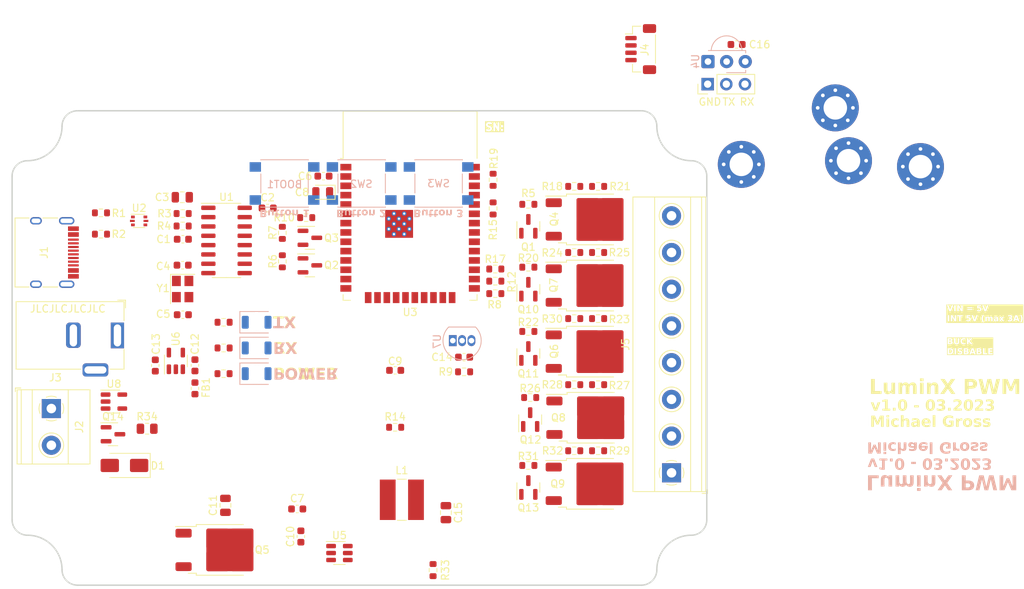
<source format=kicad_pcb>
(kicad_pcb (version 20221018) (generator pcbnew)
  (title_block (title "LuminX PWM") (date "2023-03-27") (rev "1.0") (company "Michael Gross"))
  (layers (0 "F.Cu" signal "Front") (1 "In1.Cu" signal) (2 "In2.Cu" signal) (31 "B.Cu" signal "Back") (34 "B.Paste" user) (35 "F.Paste" user) (36 "B.SilkS" user "B.Silkscreen") (37 "F.SilkS" user "F.Silkscreen") (38 "B.Mask" user) (39 "F.Mask" user) (44 "Edge.Cuts" user))
  (net 0 "")
  (net 1 "Net-(BOOT1-Pad1)")
  (net 2 "+3V3")
  (net 3 "GND")
  (net 4 "+5V")
  (net 5 "VOUT_LED")
  (net 6 "VIN")
  (net 7 "USB_D+")
  (net 8 "USB_D-")
  (net 9 "IO0")
  (net 10 "Net-(D4-A)")
  (net 11 "EN")
  (net 12 "SW2")
  (net 13 "SW3")
  (net 14 "Net-(D5-A)")
  (net 15 "Net-(D6-A)")
  (net 16 "Net-(J1-CC1)")
  (net 18 "Net-(J1-CC2)")
  (net 21 "Net-(U5-BST)")
  (net 22 "Net-(Q2-B)")
  (net 23 "Net-(Q3-B)")
  (net 24 "Net-(U1-TXD)")
  (net 25 "Net-(U1-RXD)")
  (net 27 "IR_CTRL")
  (net 45 "ESP32_TX")
  (net 46 "ESP32_RX")
  (net 47 "/ESP32+CH340/CH340_XI")
  (net 48 "/ESP32+CH340/CH340_XO")
  (net 49 "Net-(U6-EN)")
  (net 50 "/Power+USB/VBUS_USBC")
  (net 51 "/Power+USB/D+")
  (net 52 "/Power+USB/D-")
  (net 53 "Net-(U5-SW)")
  (net 54 "Net-(U5-FB)")
  (net 55 "TEMP")
  (net 57 "SDA")
  (net 58 "SCL")
  (net 62 "V_CTRL_BLUE")
  (net 63 "V_CTRL_RED")
  (net 64 "V_CTRL_GREEN")
  (net 65 "V_CTRL_CW")
  (net 67 "V_CTRL_WW")
  (net 68 "V-_CW")
  (net 69 "V-_WW")
  (net 70 "V-_RED")
  (net 71 "Net-(Q1-B)")
  (net 72 "Net-(Q1-C)")
  (net 73 "V-_BLUE")
  (net 74 "V-_GREEN")
  (net 75 "Net-(Q11-C)")
  (net 76 "Net-(Q10-C)")
  (net 77 "Net-(Q12-C)")
  (net 78 "Net-(Q13-C)")
  (net 79 "Net-(Q10-B)")
  (net 80 "Net-(Q11-B)")
  (net 81 "Net-(Q12-B)")
  (net 82 "Net-(Q13-B)")
  (net 83 "Net-(Q2-E)")
  (net 84 "Net-(Q3-E)")
  (net 85 "V_SENSE")
  (net 86 "Net-(J2-Pin_1)")
  (net 89 "Net-(D1-A)")
  (net 90 "Net-(D1-K)")
  (footprint "Connector_PinHeader_2.54mm:PinHeader_1x03_P2.54mm_Vertical" (layer "F.Cu") (at 187.42 67.075 90)
    (fp_text reference "J9" hide)
    (fp_text value "Conn_01x03_Pin")
    (pad "1" thru_hole rect (at 0 0 90) (size 1.7 1.7) (drill 1) (layers "*.Cu" "*.Mask") (net 3 "GND"))
    (pad "2" thru_hole oval (at 0 2.54 90) (size 1.7 1.7) (drill 1) (layers "*.Cu" "*.Mask") (net 45 "ESP32_TX"))
    (pad "3" thru_hole oval (at 0 5.08 90) (size 1.7 1.7) (drill 1) (layers "*.Cu" "*.Mask") (net 46 "ESP32_RX"))
  )
  (footprint "Resistor_SMD:R_0603_1608Metric" (layer "F.Cu") (at 158.5 93.9 180)
    (fp_text reference "R12" (at -2.25 -0.1 270) (layer "F.SilkS"))
    (fp_text value "10k")
    (pad "1" smd roundrect (at -0.825 0 180) (size 0.8 0.95) (layers "F.Cu" "F.Paste" "F.Mask") (net 2 "+3V3"))
    (pad "2" smd roundrect (at 0.825 0 180) (size 0.8 0.95) (layers "F.Cu" "F.Paste" "F.Mask") (net 12 "SW2"))
  )
  (footprint "Resistor_SMD:R_0603_1608Metric" (layer "F.Cu") (at 121.4925 106.5)
    (fp_text reference "R16" hide)
    (fp_text value "1k")
    (pad "1" smd roundrect (at -0.825 0) (size 0.8 0.95) (layers "F.Cu" "F.Paste" "F.Mask") (net 2 "+3V3"))
    (pad "2" smd roundrect (at 0.825 0) (size 0.8 0.95) (layers "F.Cu" "F.Paste" "F.Mask") (net 15 "Net-(D6-A)"))
  )
  (footprint "Crystal:Crystal_SMD_3225-4Pin_3.2x2.5mm" (layer "F.Cu") (at 115.925 94.975 -90)
    (fp_text reference "Y1" (at -0.1 2.65 -180) (layer "F.SilkS"))
    (fp_text value "12MHz")
    (pad "1" smd rect (at -1.1 0.85 270) (size 1.4 1.2) (layers "F.Cu" "F.Paste" "F.Mask") (net 47 "/ESP32+CH340/CH340_XI"))
    (pad "2" smd rect (at 1.1 0.85 270) (size 1.4 1.2) (layers "F.Cu" "F.Paste" "F.Mask") (net 3 "GND"))
    (pad "3" smd rect (at 1.1 -0.85 270) (size 1.4 1.2) (layers "F.Cu" "F.Paste" "F.Mask") (net 48 "/ESP32+CH340/CH340_XO"))
    (pad "4" smd rect (at -1.1 -0.85 270) (size 1.4 1.2) (layers "F.Cu" "F.Paste" "F.Mask") (net 3 "GND"))
  )
  (footprint "Resistor_SMD:R_0603_1608Metric" (layer "F.Cu") (at 129.5 91.2 -90)
    (fp_text reference "R6" (at 0 1.3 90) (layer "F.SilkS"))
    (fp_text value "10k")
    (pad "1" smd roundrect (at -0.825 0 270) (size 0.8 0.95) (layers "F.Cu" "F.Paste" "F.Mask") (net 84 "Net-(Q3-E)"))
    (pad "2" smd roundrect (at 0.825 0 270) (size 0.8 0.95) (layers "F.Cu" "F.Paste" "F.Mask") (net 22 "Net-(Q2-B)"))
  )
  (footprint "Resistor_SMD:R_0603_1608Metric" (layer "F.Cu") (at 150.025 133.25 90)
    (fp_text reference "R33" (at 0 1.675 90) (layer "F.SilkS"))
    (fp_text value "1k2")
    (pad "1" smd roundrect (at -0.825 0 90) (size 0.8 0.95) (layers "F.Cu" "F.Paste" "F.Mask") (net 3 "GND"))
    (pad "2" smd roundrect (at 0.825 0 90) (size 0.8 0.95) (layers "F.Cu" "F.Paste" "F.Mask") (net 54 "Net-(U5-FB)"))
  )
  (footprint "Package_SO:SOIC-16_3.9x9.9mm_P1.27mm" (layer "F.Cu") (at 121.9 88.36)
    (fp_text reference "U1" (at 0 -5.9) (layer "F.SilkS"))
    (fp_text value "CH340G")
    (pad "1" smd roundrect (at -2.475 -4.445) (size 1.95 0.6) (layers "F.Cu" "F.Paste" "F.Mask") (net 3 "GND"))
    (pad "2" smd roundrect (at -2.475 -3.175) (size 1.95 0.6) (layers "F.Cu" "F.Paste" "F.Mask") (net 24 "Net-(U1-TXD)"))
    (pad "3" smd roundrect (at -2.475 -1.905) (size 1.95 0.6) (layers "F.Cu" "F.Paste" "F.Mask") (net 25 "Net-(U1-RXD)"))
    (pad "4" smd roundrect (at -2.475 -0.635) (size 1.95 0.6) (layers "F.Cu" "F.Paste" "F.Mask") (net 2 "+3V3"))
    (pad "5" smd roundrect (at -2.475 0.635) (size 1.95 0.6) (layers "F.Cu" "F.Paste" "F.Mask") (net 7 "USB_D+"))
    (pad "6" smd roundrect (at -2.475 1.905) (size 1.95 0.6) (layers "F.Cu" "F.Paste" "F.Mask") (net 8 "USB_D-"))
    (pad "7" smd roundrect (at -2.475 3.175) (size 1.95 0.6) (layers "F.Cu" "F.Paste" "F.Mask") (net 47 "/ESP32+CH340/CH340_XI"))
    (pad "8" smd roundrect (at -2.475 4.445) (size 1.95 0.6) (layers "F.Cu" "F.Paste" "F.Mask") (net 48 "/ESP32+CH340/CH340_XO"))
    (pad "9" smd roundrect (at 2.475 4.445) (size 1.95 0.6) (layers "F.Cu" "F.Paste" "F.Mask"))
    (pad "10" smd roundrect (at 2.475 3.175) (size 1.95 0.6) (layers "F.Cu" "F.Paste" "F.Mask"))
    (pad "11" smd roundrect (at 2.475 1.905) (size 1.95 0.6) (layers "F.Cu" "F.Paste" "F.Mask"))
    (pad "12" smd roundrect (at 2.475 0.635) (size 1.95 0.6) (layers "F.Cu" "F.Paste" "F.Mask"))
    (pad "13" smd roundrect (at 2.475 -0.635) (size 1.95 0.6) (layers "F.Cu" "F.Paste" "F.Mask") (net 84 "Net-(Q3-E)"))
    (pad "14" smd roundrect (at 2.475 -1.905) (size 1.95 0.6) (layers "F.Cu" "F.Paste" "F.Mask") (net 83 "Net-(Q2-E)"))
    (pad "15" smd roundrect (at 2.475 -3.175) (size 1.95 0.6) (layers "F.Cu" "F.Paste" "F.Mask"))
    (pad "16" smd roundrect (at 2.475 -4.445) (size 1.95 0.6) (layers "F.Cu" "F.Paste" "F.Mask") (net 2 "+3V3"))
  )
  (footprint "Resistor_SMD:R_0603_1608Metric" (layer "F.Cu") (at 115.925 84.695 180)
    (fp_text reference "R3" (at 2.475 0) (layer "F.SilkS"))
    (fp_text value "470R")
    (pad "1" smd roundrect (at -0.825 0 180) (size 0.8 0.95) (layers "F.Cu" "F.Paste" "F.Mask") (net 24 "Net-(U1-TXD)"))
    (pad "2" smd roundrect (at 0.825 0 180) (size 0.8 0.95) (layers "F.Cu" "F.Paste" "F.Mask") (net 46 "ESP32_RX"))
  )
  (footprint "MountingHole:MountingHole_3.2mm_M3_Pad_Via" (layer "F.Cu") (at 206.6 77.5)
    (fp_text reference "H4" hide)
    (fp_text value "MountingHole")
    (pad "1" thru_hole circle (at -2.4 0) (size 0.8 0.8) (drill 0.5) (layers "*.Cu" "*.Mask") (net 3 "GND"))
    (pad "1" thru_hole circle (at -1.697056 -1.697056) (size 0.8 0.8) (drill 0.5) (layers "*.Cu" "*.Mask") (net 3 "GND"))
    (pad "1" thru_hole circle (at -1.697056 1.697056) (size 0.8 0.8) (drill 0.5) (layers "*.Cu" "*.Mask") (net 3 "GND"))
    (pad "1" thru_hole circle (at 0 -2.4) (size 0.8 0.8) (drill 0.5) (layers "*.Cu" "*.Mask") (net 3 "GND"))
    (pad "1" thru_hole circle (at 0 0) (size 6.4 6.4) (drill 3.2) (layers "*.Cu" "*.Mask") (net 3 "GND"))
    (pad "1" thru_hole circle (at 0 2.4) (size 0.8 0.8) (drill 0.5) (layers "*.Cu" "*.Mask") (net 3 "GND"))
    (pad "1" thru_hole circle (at 1.697056 -1.697056) (size 0.8 0.8) (drill 0.5) (layers "*.Cu" "*.Mask") (net 3 "GND"))
    (pad "1" thru_hole circle (at 1.697056 1.697056) (size 0.8 0.8) (drill 0.5) (layers "*.Cu" "*.Mask") (net 3 "GND"))
    (pad "1" thru_hole circle (at 2.4 0) (size 0.8 0.8) (drill 0.5) (layers "*.Cu" "*.Mask") (net 3 "GND"))
  )
  (footprint "Connector_JST:JST_SH_BM04B-SRSS-TB_1x04-1MP_P1.00mm_Vertical" (layer "F.Cu") (at 178.3 62.3 -90)
    (fp_text reference "J4" (at 0.1 -0.55 -270) (layer "F.SilkS"))
    (fp_text value "Conn_01x04_Pin")
    (pad "1" smd roundrect (at -1.5 1.325 270) (size 0.6 1.55) (layers "F.Cu" "F.Paste" "F.Mask") (net 3 "GND"))
    (pad "2" smd roundrect (at -0.5 1.325 270) (size 0.6 1.55) (layers "F.Cu" "F.Paste" "F.Mask") (net 2 "+3V3"))
    (pad "3" smd roundrect (at 0.5 1.325 270) (size 0.6 1.55) (layers "F.Cu" "F.Paste" "F.Mask") (net 57 "SDA"))
    (pad "4" smd roundrect (at 1.5 1.325 270) (size 0.6 1.55) (layers "F.Cu" "F.Paste" "F.Mask") (net 58 "SCL"))
    (pad "MP" smd roundrect (at -2.8 -1.2 270) (size 1.2 1.8) (layers "F.Cu" "F.Paste" "F.Mask") (roundrect_rratio 0.2083333333))
    (pad "MP" smd roundrect (at 2.8 -1.2 270) (size 1.2 1.8) (layers "F.Cu" "F.Paste" "F.Mask") (roundrect_rratio 0.2083333333))
  )
  (footprint "Resistor_SMD:R_0603_1608Metric" (layer "F.Cu") (at 158.2 84 -90)
    (fp_text reference "R15" (at 2.9 0 90) (layer "F.SilkS"))
    (fp_text value "4k7")
    (pad "1" smd roundrect (at -0.825 0 270) (size 0.8 0.95) (layers "F.Cu" "F.Paste" "F.Mask") (net 2 "+3V3"))
    (pad "2" smd roundrect (at 0.825 0 270) (size 0.8 0.95) (layers "F.Cu" "F.Paste" "F.Mask") (net 57 "SDA"))
  )
  (footprint "Capacitor_SMD:C_0603_1608Metric" (layer "F.Cu") (at 191.36 61.675 180)
    (fp_text reference "C16" (at -3.14 0) (layer "F.SilkS"))
    (fp_text value "100n")
    (pad "1" smd roundrect (at -0.775 0 180) (size 0.9 0.95) (layers "F.Cu" "F.Paste" "F.Mask") (net 2 "+3V3"))
    (pad "2" smd roundrect (at 0.775 0 180) (size 0.9 0.95) (layers "F.Cu" "F.Paste" "F.Mask") (net 3 "GND"))
  )
  (footprint "Resistor_SMD:R_0603_1608Metric" (layer "F.Cu") (at 169.25 99 180)
    (fp_text reference "R30" (at 3 -0.05) (layer "F.SilkS"))
    (fp_text value "10k")
    (pad "1" smd roundrect (at -0.825 0 180) (size 0.8 0.95) (layers "F.Cu" "F.Paste" "F.Mask") (net 75 "Net-(Q11-C)"))
    (pad "2" smd roundrect (at 0.825 0 180) (size 0.8 0.95) (layers "F.Cu" "F.Paste" "F.Mask") (net 4 "+5V"))
  )
  (footprint "Connector_USB:USB_C_Receptacle_HRO_TYPE-C-31-M-12" (layer "F.Cu") (at 97 90 -90)
    (fp_text reference "J1" (at 0 -0.045 90) (layer "F.SilkS"))
    (fp_text value "USB_C_Receptacle_USB2.0")
    (pad "" np_thru_hole circle (at -2.89 -2.6 270) (size 0.65 0.65) (drill 0.65) (layers "*.Cu" "*.Mask"))
    (pad "" np_thru_hole circle (at 2.89 -2.6 270) (size 0.65 0.65) (drill 0.65) (layers "*.Cu" "*.Mask"))
    (pad "A1" smd rect (at -3.25 -4.045 270) (size 0.6 1.45) (layers "F.Cu" "F.Paste" "F.Mask") (net 3 "GND"))
    (pad "A4" smd rect (at -2.45 -4.045 270) (size 0.6 1.45) (layers "F.Cu" "F.Paste" "F.Mask") (net 50 "/Power+USB/VBUS_USBC"))
    (pad "A5" smd rect (at -1.25 -4.045 270) (size 0.3 1.45) (layers "F.Cu" "F.Paste" "F.Mask") (net 16 "Net-(J1-CC1)"))
    (pad "A6" smd rect (at -0.25 -4.045 270) (size 0.3 1.45) (layers "F.Cu" "F.Paste" "F.Mask") (net 51 "/Power+USB/D+"))
    (pad "A7" smd rect (at 0.25 -4.045 270) (size 0.3 1.45) (layers "F.Cu" "F.Paste" "F.Mask") (net 52 "/Power+USB/D-"))
    (pad "A8" smd rect (at 1.25 -4.045 270) (size 0.3 1.45) (layers "F.Cu" "F.Paste" "F.Mask"))
    (pad "A9" smd rect (at 2.45 -4.045 270) (size 0.6 1.45) (layers "F.Cu" "F.Paste" "F.Mask") (net 50 "/Power+USB/VBUS_USBC"))
    (pad "A12" smd rect (at 3.25 -4.045 270) (size 0.6 1.45) (layers "F.Cu" "F.Paste" "F.Mask") (net 3 "GND"))
    (pad "B1" smd rect (at 3.25 -4.045 270) (size 0.6 1.45) (layers "F.Cu" "F.Paste" "F.Mask") (net 3 "GND"))
    (pad "B4" smd rect (at 2.45 -4.045 270) (size 0.6 1.45) (layers "F.Cu" "F.Paste" "F.Mask") (net 50 "/Power+USB/VBUS_USBC"))
    (pad "B5" smd rect (at 1.75 -4.045 270) (size 0.3 1.45) (layers "F.Cu" "F.Paste" "F.Mask") (net 18 "Net-(J1-CC2)"))
    (pad "B6" smd rect (at 0.75 -4.045 270) (size 0.3 1.45) (layers "F.Cu" "F.Paste" "F.Mask") (net 51 "/Power+USB/D+"))
    (pad "B7" smd rect (at -0.75 -4.045 270) (size 0.3 1.45) (layers "F.Cu" "F.Paste" "F.Mask") (net 52 "/Power+USB/D-"))
    (pad "B8" smd rect (at -1.75 -4.045 270) (size 0.3 1.45) (layers "F.Cu" "F.Paste" "F.Mask"))
    (pad "B9" smd rect (at -2.45 -4.045 270) (size 0.6 1.45) (layers "F.Cu" "F.Paste" "F.Mask") (net 50 "/Power+USB/VBUS_USBC"))
    (pad "B12" smd rect (at -3.25 -4.045 270) (size 0.6 1.45) (layers "F.Cu" "F.Paste" "F.Mask") (net 3 "GND"))
    (pad "S1" thru_hole oval (at -4.32 -3.13 270) (size 1 2.1) (drill oval 0.6 1.7) (layers "*.Cu" "*.Mask"))
    (pad "S1" thru_hole oval (at -4.32 1.05 270) (size 1 1.6) (drill oval 0.6 1.2) (layers "*.Cu" "*.Mask"))
    (pad "S1" thru_hole oval (at 4.32 -3.13 270) (size 1 2.1) (drill oval 0.6 1.7) (layers "*.Cu" "*.Mask"))
    (pad "S1" thru_hole oval (at 4.32 1.05 270) (size 1 1.6) (drill oval 0.6 1.2) (layers "*.Cu" "*.Mask"))
  )
  (footprint "Package_TO_SOT_SMD:TO-252-2" (layer "F.Cu") (at 171.5 103.5)
    (fp_text reference "Q6" (at -4.975 -0.05 90) (layer "F.SilkS"))
    (fp_text value "IRLR8726")
    (pad "1" smd roundrect (at -5.04 -2.28) (size 2.2 1.2) (layers "F.Cu" "F.Paste" "F.Mask") (roundrect_rratio 0.2083333333) (net 75 "Net-(Q11-C)"))
    (pad "2" smd roundrect (at -0.415 -1.525) (size 3.05 2.75) (layers "F.Cu" "F.Paste") (roundrect_rratio 0.09090909091) (net 73 "V-_BLUE"))
    (pad "2" smd roundrect (at -0.415 1.525) (size 3.05 2.75) (layers "F.Cu" "F.Paste") (roundrect_rratio 0.09090909091) (net 73 "V-_BLUE"))
    (pad "2" smd roundrect (at 1.26 0) (size 6.4 5.8) (layers "F.Cu" "F.Mask") (roundrect_rratio 0.04310293103) (net 73 "V-_BLUE"))
    (pad "2" smd roundrect (at 2.935 -1.525) (size 3.05 2.75) (layers "F.Cu" "F.Paste") (roundrect_rratio 0.09090909091) (net 73 "V-_BLUE"))
    (pad "2" smd roundrect (at 2.935 1.525) (size 3.05 2.75) (layers "F.Cu" "F.Paste") (roundrect_rratio 0.09090909091) (net 73 "V-_BLUE"))
    (pad "3" smd roundrect (at -5.04 2.28) (size 2.2 1.2) (layers "F.Cu" "F.Paste" "F.Mask") (roundrect_rratio 0.2083333333) (net 3 "GND"))
  )
  (footprint "Package_TO_SOT_SMD:SOT-23-5" (layer "F.Cu") (at 106.5675 110.3)
    (fp_text reference "U8" (at 0 -2.4) (layer "F.SilkS"))
    (fp_text value "LM321")
    (pad "1" smd roundrect (at -1.1375 -0.95) (size 1.325 0.6) (layers "F.Cu" "F.Paste" "F.Mask") (net 90 "Net-(D1-K)"))
    (pad "2" smd roundrect (at -1.1375 0) (size 1.325 0.6) (layers "F.Cu" "F.Paste" "F.Mask") (net 3 "GND"))
    (pad "3" smd roundrect (at -1.1375 0.95) (size 1.325 0.6) (layers "F.Cu" "F.Paste" "F.Mask") (net 50 "/Power+USB/VBUS_USBC"))
    (pad "4" smd roundrect (at 1.1375 0.95) (size 1.325 0.6) (layers "F.Cu" "F.Paste" "F.Mask"))
    (pad "5" smd roundrect (at 1.1375 -0.95) (size 1.325 0.6) (layers "F.Cu" "F.Paste" "F.Mask"))
  )
  (footprint "Package_TO_SOT_SMD:SOT-23" (layer "F.Cu") (at 106.4375 114.75)
    (fp_text reference "Q14" (at 0 -2.4) (layer "F.SilkS"))
    (fp_text value "AO3401A")
    (pad "1" smd roundrect (at -0.9375 -0.95) (size 1.475 0.6) (layers "F.Cu" "F.Paste" "F.Mask"))
    (pad "2" smd roundrect (at -0.9375 0.95) (size 1.475 0.6) (layers "F.Cu" "F.Paste" "F.Mask") (net 4 "+5V"))
    (pad "3" smd roundrect (at 0.9375 0) (size 1.475 0.6) (layers "F.Cu" "F.Paste" "F.Mask") (net 50 "/Power+USB/VBUS_USBC"))
  )
  (footprint "Capacitor_SMD:C_0603_1608Metric" (layer "F.Cu") (at 154.25 104.25 180)
    (fp_text reference "C14" (at 3 0) (layer "F.SilkS"))
    (fp_text value "100n")
    (pad "1" smd roundrect (at -0.775 0 180) (size 0.9 0.95) (layers "F.Cu" "F.Paste" "F.Mask") (net 2 "+3V3"))
    (pad "2" smd roundrect (at 0.775 0 180) (size 0.9 0.95) (layers "F.Cu" "F.Paste" "F.Mask") (net 3 "GND"))
  )
  (footprint "Capacitor_SMD:C_0603_1608Metric" (layer "F.Cu") (at 132.025 128.675 90)
    (fp_text reference "C10" (at 0 -1.43 90) (layer "F.SilkS"))
    (fp_text value "100p")
    (pad "1" smd roundrect (at -0.775 0 90) (size 0.9 0.95) (layers "F.Cu" "F.Paste" "F.Mask") (net 54 "Net-(U5-FB)"))
    (pad "2" smd roundrect (at 0.775 0 90) (size 0.9 0.95) (layers "F.Cu" "F.Paste" "F.Mask") (net 4 "+5V"))
  )
  (footprint "Resistor_SMD:R_0603_1608Metric" (layer "F.Cu") (at 163.25 109.75 180)
    (fp_text reference "R26" (at 0 1.25) (layer "F.SilkS"))
    (fp_text value "1k")
    (pad "1" smd roundrect (at -0.825 0 180) (size 0.8 0.95) (layers "F.Cu" "F.Paste" "F.Mask") (net 65 "V_CTRL_CW"))
    (pad "2" smd roundrect (at 0.825 0 180) (size 0.8 0.95) (layers "F.Cu" "F.Paste" "F.Mask") (net 81 "Net-(Q12-B)"))
  )
  (footprint "Capacitor_SMD:C_0603_1608Metric" (layer "F.Cu") (at 131.525 124.925)
    (fp_text reference "C7" (at 0 -1.43) (layer "F.SilkS"))
    (fp_text value "10u")
    (pad "1" smd roundrect (at -0.775 0) (size 0.9 0.95) (layers "F.Cu" "F.Paste" "F.Mask") (net 6 "VIN"))
    (pad "2" smd roundrect (at 0.775 0) (size 0.9 0.95) (layers "F.Cu" "F.Paste" "F.Mask") (net 3 "GND"))
  )
  (footprint "Package_TO_SOT_SMD:SOT-23" (layer "F.Cu") (at 133.25 91.75)
    (fp_text reference "Q2" (at 2.945 -0.02) (layer "F.SilkS"))
    (fp_text value "BC847")
    (pad "1" smd roundrect (at -0.9375 -0.95) (size 1.475 0.6) (layers "F.Cu" "F.Paste" "F.Mask") (net 22 "Net-(Q2-B)"))
    (pad "2" smd roundrect (at -0.9375 0.95) (size 1.475 0.6) (layers "F.Cu" "F.Paste" "F.Mask") (net 83 "Net-(Q2-E)"))
    (pad "3" smd roundrect (at 0.9375 0) (size 1.475 0.6) (layers "F.Cu" "F.Paste" "F.Mask") (net 9 "IO0"))
  )
  (footprint "Resistor_SMD:R_0603_1608Metric" (layer "F.Cu") (at 158.5 95.6 180)
    (fp_text reference "R8" (at 0.1 -1.5) (layer "F.SilkS"))
    (fp_text value "10k")
    (pad "1" smd roundrect (at -0.825 0 180) (size 0.8 0.95) (layers "F.Cu" "F.Paste" "F.Mask") (net 2 "+3V3"))
    (pad "2" smd roundrect (at 0.825 0 180) (size 0.8 0.95) (layers "F.Cu" "F.Paste" "F.Mask") (net 9 "IO0"))
  )
  (footprint "Resistor_SMD:R_0603_1608Metric" (layer "F.Cu") (at 169.25 90 180)
    (fp_text reference "R24" (at 3 -0.05) (layer "F.SilkS"))
    (fp_text value "10k")
    (pad "1" smd roundrect (at -0.825 0 180) (size 0.8 0.95) (layers "F.Cu" "F.Paste" "F.Mask") (net 76 "Net-(Q10-C)"))
    (pad "2" smd roundrect (at 0.825 0 180) (size 0.8 0.95) (layers "F.Cu" "F.Paste" "F.Mask") (net 4 "+5V"))
  )
  (footprint "Capacitor_SMD:C_0603_1608Metric" (layer "F.Cu") (at 115.95 88.195 180)
    (fp_text reference "C1" (at 2.625 0) (layer "F.SilkS"))
    (fp_text value "100n")
    (pad "1" smd roundrect (at -0.775 0 180) (size 0.9 0.95) (layers "F.Cu" "F.Paste" "F.Mask") (net 2 "+3V3"))
    (pad "2" smd roundrect (at 0.775 0 180) (size 0.9 0.95) (layers "F.Cu" "F.Paste" "F.Mask") (net 3 "GND"))
  )
  (footprint "Package_TO_SOT_SMD:SOT-23" (layer "F.Cu") (at 163 103.75 90)
    (fp_text reference "Q11" (at -2.75 0 180) (layer "F.SilkS"))
    (fp_text value "BC847")
    (pad "1" smd roundrect (at -0.9375 -0.95 90) (size 1.475 0.6) (layers "F.Cu" "F.Paste" "F.Mask") (net 80 "Net-(Q11-B)"))
    (pad "2" smd roundrect (at -0.9375 0.95 90) (size 1.475 0.6) (layers "F.Cu" "F.Paste" "F.Mask") (net 3 "GND"))
    (pad "3" smd roundrect (at 0.9375 0 90) (size 1.475 0.6) (layers "F.Cu" "F.Paste" "F.Mask") (net 75 "Net-(Q11-C)"))
  )
  (footprint "Capacitor_SMD:C_0603_1608Metric" (layer "F.Cu") (at 127.5 83.945)
    (fp_text reference "C2" (at 0 -1.43) (layer "F.SilkS"))
    (fp_text value "100n")
    (pad "1" smd roundrect (at -0.775 0) (size 0.9 0.95) (layers "F.Cu" "F.Paste" "F.Mask") (net 2 "+3V3"))
    (pad "2" smd roundrect (at 0.775 0) (size 0.9 0.95) (layers "F.Cu" "F.Paste" "F.Mask") (net 3 "GND"))
  )
  (footprint "Resistor_SMD:R_0603_1608Metric" (layer "F.Cu") (at 121.5 103)
    (fp_text reference "R11" hide)
    (fp_text value "1k")
    (pad "1" smd roundrect (at -0.825 0) (size 0.8 0.95) (layers "F.Cu" "F.Paste" "F.Mask") (net 2 "+3V3"))
    (pad "2" smd roundrect (at 0.825 0) (size 0.8 0.95) (layers "F.Cu" "F.Paste" "F.Mask") (net 10 "Net-(D4-A)"))
  )
  (footprint "Capacitor_SMD:C_0805_2012Metric" (layer "F.Cu") (at 151.775 125.425 -90)
    (fp_text reference "C15" (at 0 -1.68 -90) (layer "F.SilkS"))
    (fp_text value "22u")
    (pad "1" smd roundrect (at -0.95 0 270) (size 1 1.45) (layers "F.Cu" "F.Paste" "F.Mask") (net 4 "+5V"))
    (pad "2" smd roundrect (at 0.95 0 270) (size 1 1.45) (layers "F.Cu" "F.Paste" "F.Mask") (net 3 "GND"))
  )
  (footprint "MountingHole:MountingHole_3.2mm_M3_Pad_Via" (layer "F.Cu") (at 192 78)
    (fp_text reference "H1" hide)
    (fp_text value "MountingHole")
    (pad "1" thru_hole circle (at -2.4 0) (size 0.8 0.8) (drill 0.5) (layers "*.Cu" "*.Mask") (net 3 "GND"))
    (pad "1" thru_hole circle (at -1.697056 -1.697056) (size 0.8 0.8) (drill 0.5) (layers "*.Cu" "*.Mask") (net 3 "GND"))
    (pad "1" thru_hole circle (at -1.697056 1.697056) (size 0.8 0.8) (drill 0.5) (layers "*.Cu" "*.Mask") (net 3 "GND"))
    (pad "1" thru_hole circle (at 0 -2.4) (size 0.8 0.8) (drill 0.5) (layers "*.Cu" "*.Mask") (net 3 "GND"))
    (pad "1" thru_hole circle (at 0 0) (size 6.4 6.4) (drill 3.2) (layers "*.Cu" "*.Mask") (net 3 "GND"))
    (pad "1" thru_hole circle (at 0 2.4) (size 0.8 0.8) (drill 0.5) (layers "*.Cu" "*.Mask") (net 3 "GND"))
    (pad "1" thru_hole circle (at 1.697056 -1.697056) (size 0.8 0.8) (drill 0.5) (layers "*.Cu" "*.Mask") (net 3 "GND"))
    (pad "1" thru_hole circle (at 1.697056 1.697056) (size 0.8 0.8) (drill 0.5) (layers "*.Cu" "*.Mask") (net 3 "GND"))
    (pad "1" thru_hole circle (at 2.4 0) (size 0.8 0.8) (drill 0.5) (layers "*.Cu" "*.Mask") (net 3 "GND"))
  )
  (footprint "Diode_SMD:D_SMA" (layer "F.Cu") (at 108 119 180)
    (fp_text reference "D1" (at -4.55 -0.0375) (layer "F.SilkS"))
    (fp_text value "SS34")
    (pad "1" smd roundrect (at -2 0 180) (size 2.5 1.8) (layers "F.Cu" "F.Paste" "F.Mask") (roundrect_rratio 0.1388888889) (net 4 "+5V"))
    (pad "2" smd roundrect (at 2 0 180) (size 2.5 1.8) (layers "F.Cu" "F.Paste" "F.Mask") (roundrect_rratio 0.1388888889) (net 50 "/Power+USB/VBUS_USBC"))
  )
  (footprint "Package_TO_SOT_SMD:SOT-666" (layer "F.Cu") (at 110 85.7)
    (fp_text reference "U2" (at 0 -1.75) (layer "F.SilkS"))
    (fp_text value "USBLC6-2P6")
    (pad "1" smd rect (at -0.85 -0.5375) (size 0.5 0.375) (layers "F.Cu" "F.Paste" "F.Mask") (net 52 "/Power+USB/D-"))
    (pad "2" smd rect (at -0.925 0) (size 0.65 0.3) (layers "F.Cu" "F.Paste" "F.Mask") (net 3 "GND"))
    (pad "3" smd rect (at -0.85 0.5375) (size 0.5 0.375) (layers "F.Cu" "F.Paste" "F.Mask") (net 51 "/Power+USB/D+"))
    (pad "4" smd rect (at 0.85 0.5375) (size 0.5 0.375) (layers "F.Cu" "F.Paste" "F.Mask") (net 7 "USB_D+"))
    (pad "5" smd rect (at 0.925 0) (size 0.65 0.3) (layers "F.Cu" "F.Paste" "F.Mask") (net 50 "/Power+USB/VBUS_USBC"))
    (pad "6" smd rect (at 0.85 -0.5375) (size 0.5 0.375) (layers "F.Cu" "F.Paste" "F.Mask") (net 8 "USB_D-"))
  )
  (footprint "Package_TO_SOT_SMD:TO-252-2" (layer "F.Cu") (at 171.5 85.5)
    (fp_text reference "Q4" (at -4.975 -0.05 -90) (layer "F.SilkS"))
    (fp_text value "IRLR8726")
    (pad "1" smd roundrect (at -5.04 -2.28) (size 2.2 1.2) (layers "F.Cu" "F.Paste" "F.Mask") (roundrect_rratio 0.2083333333) (net 72 "Net-(Q1-C)"))
    (pad "2" smd roundrect (at -0.415 -1.525) (size 3.05 2.75) (layers "F.Cu" "F.Paste") (roundrect_rratio 0.09090909091) (net 70 "V-_RED"))
    (pad "2" smd roundrect (at -0.415 1.525) (size 3.05 2.75) (layers "F.Cu" "F.Paste") (roundrect_rratio 0.09090909091) (net 70 "V-_RED"))
    (pad "2" smd roundrect (at 1.26 0) (size 6.4 5.8) (layers "F.Cu" "F.Mask") (roundrect_rratio 0.04310293103) (net 70 "V-_RED"))
    (pad "2" smd roundrect (at 2.935 -1.525) (size 3.05 2.75) (layers "F.Cu" "F.Paste") (roundrect_rratio 0.09090909091) (net 70 "V-_RED"))
    (pad "2" smd roundrect (at 2.935 1.525) (size 3.05 2.75) (layers "F.Cu" "F.Paste") (roundrect_rratio 0.09090909091) (net 70 "V-_RED"))
    (pad "3" smd roundrect (at -5.04 2.28) (size 2.2 1.2) (layers "F.Cu" "F.Paste" "F.Mask") (roundrect_rratio 0.2083333333) (net 3 "GND"))
  )
  (footprint "Resistor_SMD:R_0603_1608Metric" (layer "F.Cu") (at 172.5 99 180)
    (fp_text reference "R23" (at -2.9 -0.1) (layer "F.SilkS"))
    (fp_text value "100k")
    (pad "1" smd roundrect (at -0.825 0 180) (size 0.8 0.95) (layers "F.Cu" "F.Paste" "F.Mask") (net 3 "GND"))
    (pad "2" smd roundrect (at 0.825 0 180) (size 0.8 0.95) (layers "F.Cu" "F.Paste" "F.Mask") (net 75 "Net-(Q11-C)"))
  )
  (footprint "Diode_SMD:D_0805_2012Metric" (layer "F.Cu") (at 135 81.8 180)
    (fp_text reference "C8" (at 2.8125 0) (layer "F.SilkS"))
    (fp_text value "10u")
    (pad "1" smd roundrect (at -0.9375 0 180) (size 0.975 1.4) (layers "F.Cu" "F.Paste" "F.Mask") (net 2 "+3V3"))
    (pad "2" smd roundrect (at 0.9375 0 180) (size 0.975 1.4) (layers "F.Cu" "F.Paste" "F.Mask") (net 3 "GND"))
  )
  (footprint "Package_TO_SOT_SMD:SOT-23" (layer "F.Cu") (at 163 86.4375 90)
    (fp_text reference "Q1" (at -2.8125 0) (layer "F.SilkS"))
    (fp_text value "BC847")
    (pad "1" smd roundrect (at -0.9375 -0.95 90) (size 1.475 0.6) (layers "F.Cu" "F.Paste" "F.Mask") (net 71 "Net-(Q1-B)"))
    (pad "2" smd roundrect (at -0.9375 0.95 90) (size 1.475 0.6) (layers "F.Cu" "F.Paste" "F.Mask") (net 3 "GND"))
    (pad "3" smd roundrect (at 0.9375 0 90) (size 1.475 0.6) (layers "F.Cu" "F.Paste" "F.Mask") (net 72 "Net-(Q1-C)"))
  )
  (footprint "Resistor_SMD:R_0603_1608Metric" (layer "F.Cu") (at 158.2 80.1 -90)
    (fp_text reference "R19" (at -2.9 -0.1 90) (layer "F.SilkS"))
    (fp_text value "4k7")
    (pad "1" smd roundrect (at -0.825 0 270) (size 0.8 0.95) (layers "F.Cu" "F.Paste" "F.Mask") (net 2 "+3V3"))
    (pad "2" smd roundrect (at 0.825 0 270) (size 0.8 0.95) (layers "F.Cu" "F.Paste" "F.Mask") (net 58 "SCL"))
  )
  (footprint "Resistor_SMD:R_0603_1608Metric" (layer "F.Cu") (at 163 83.4375 180)
    (fp_text reference "R5" (at 0 1.5) (layer "F.SilkS"))
    (fp_text value "1k")
    (pad "1" smd roundrect (at -0.825 0 180) (size 0.8 0.95) (layers "F.Cu" "F.Paste" "F.Mask") (net 63 "V_CTRL_RED"))
    (pad "2" smd roundrect (at 0.825 0 180) (size 0.8 0.95) (layers "F.Cu" "F.Paste" "F.Mask") (net 71 "Net-(Q1-B)"))
  )
  (footprint "TerminalBlock_Phoenix:TerminalBlock_Phoenix_MKDS-1,5-2_1x02_P5.00mm_Horizontal" (layer "F.Cu") (at 98.045 111.25 -90)
    (fp_text reference "J2" (at 2.5 -3.805 -90) (layer "F.SilkS"))
    (fp_text value "5mm Screw Terminal")
    (pad "1" thru_hole rect (at 0 0 270) (size 2.6 2.6) (drill 1.3) (layers "*.Cu" "*.Mask") (net 86 "Net-(J2-Pin_1)"))
    (pad "2" thru_hole circle (at 5 0 270) (size 2.6 2.6) (drill 1.3) (layers "*.Cu" "*.Mask") (net 3 "GND"))
  )
  (footprint "Resistor_SMD:R_0603_1608Metric" (layer "F.Cu") (at 158.5 92.25 180)
    (fp_text reference "R17" (at 0 1.35) (layer "F.SilkS"))
    (fp_text value "10k")
    (pad "1" smd roundrect (at -0.825 0 180) (size 0.8 0.95) (layers "F.Cu" "F.Paste" "F.Mask") (net 2 "+3V3"))
    (pad "2" smd roundrect (at 0.825 0 180) (size 0.8 0.95) (layers "F.Cu" "F.Paste" "F.Mask") (net 13 "SW3"))
  )
  (footprint "Resistor_SMD:R_0603_1608Metric" (layer "F.Cu") (at 154.25 106.25 180)
    (fp_text reference "R9" (at 2.5 0) (layer "F.SilkS"))
    (fp_text value "10k")
    (pad "1" smd roundrect (at -0.825 0 180) (size 0.8 0.95) (layers "F.Cu" "F.Paste" "F.Mask") (net 2 "+3V3"))
    (pad "2" smd roundrect (at 0.825 0 180) (size 0.8 0.95) (layers "F.Cu" "F.Paste" "F.Mask") (net 55 "TEMP"))
  )
  (footprint "Resistor_SMD:R_0603_1608Metric" (layer "F.Cu") (at 104.8 84.6)
    (fp_text reference "R1" (at 2.4425 0.05) (layer "F.SilkS"))
    (fp_text value "5k1")
    (pad "1" smd roundrect (at -0.825 0) (size 0.8 0.95) (layers "F.Cu" "F.Paste" "F.Mask") (net 16 "Net-(J1-CC1)"))
    (pad "2" smd roundrect (at 0.825 0) (size 0.8 0.95) (layers "F.Cu" "F.Paste" "F.Mask") (net 3 "GND"))
  )
  (footprint "Package_TO_SOT_SMD:SOT-23" (layer "F.Cu") (at 133.25 88)
    (fp_text reference "Q3" (at 2.945 0.03) (layer "F.SilkS"))
    (fp_text value "BC847")
    (pad "1" smd roundrect (at -0.9375 -0.95) (size 1.475 0.6) (layers "F.Cu" "F.Paste" "F.Mask") (net 23 "Net-(Q3-B)"))
    (pad "2" smd roundrect (at -0.9375 0.95) (size 1.475 0.6) (layers "F.Cu" "F.Paste" "F.Mask") (net 84 "Net-(Q3-E)"))
    (pad "3" smd roundrect (at 0.9375 0) (size 1.475 0.6) (layers "F.Cu" "F.Paste" "F.Mask") (net 11 "EN"))
  )
  (footprint "Package_TO_SOT_SMD:TO-252-2" (layer "F.Cu") (at 171.5 121.5)
    (fp_text reference "Q9" (at -4.5 0) (layer "F.SilkS"))
    (fp_text value "IRLR8726")
    (pad "1" smd roundrect (at -5.04 -2.28) (size 2.2 1.2) (layers "F.Cu" "F.Paste" "F.Mask") (roundrect_rratio 0.2083333333) (net 78 "Net-(Q13-C)"))
    (pad "2" smd roundrect (at -0.415 -1.525) (size 3.05 2.75) (layers "F.Cu" "F.Paste") (roundrect_rratio 0.09090909091) (net 69 "V-_WW"))
    (pad "2" smd roundrect (at -0.415 1.525) (size 3.05 2.75) (layers "F.Cu" "F.Paste") (roundrect_rratio 0.09090909091) (net 69 "V-_WW"))
    (pad "2" smd roundrect (at 1.26 0) (size 6.4 5.8) (layers "F.Cu" "F.Mask") (roundrect_rratio 0.04310293103) (net 69 "V-_WW"))
    (pad "2" smd roundrect (at 2.935 -1.525) (size 3.05 2.75) (layers "F.Cu" "F.Paste") (roundrect_rratio 0.09090909091) (net 69 "V-_WW"))
    (pad "2" smd roundrect (at 2.935 1.525) (size 3.05 2.75) (layers "F.Cu" "F.Paste") (roundrect_rratio 0.09090909091) (net 69 "V-_WW"))
    (pad "3" smd roundrect (at -5.04 2.28) (size 2.2 1.2) (layers "F.Cu" "F.Paste" "F.Mask") (roundrect_rratio 0.2083333333) (net 3 "GND"))
  )
  (footprint "Resistor_SMD:R_0603_1608Metric" (layer "F.Cu") (at 172.5 108 180)
    (fp_text reference "R27" (at -2.9 -0.1) (layer "F.SilkS"))
    (fp_text value "100k")
    (pad "1" smd roundrect (at -0.825 0 180) (size 0.8 0.95) (layers "F.Cu" "F.Paste" "F.Mask") (net 3 "GND"))
    (pad "2" smd roundrect (at 0.825 0 180) (size 0.8 0.95) (layers "F.Cu" "F.Paste" "F.Mask") (net 77 "Net-(Q12-C)"))
  )
  (footprint "Inductor_SMD:L_0603_1608Metric" (layer "F.Cu") (at 117.6 108.5 90)
    (fp_text reference "FB1" (at 0.1 1.5 90) (layer "F.SilkS"))
    (fp_text value "100R")
    (pad "1" smd roundrect (at -0.7875 0 90) (size 0.875 0.95) (layers "F.Cu" "F.Paste" "F.Mask") (net 4 "+5V"))
    (pad "2" smd roundrect (at 0.7875 0 90) (size 0.875 0.95) (layers "F.Cu" "F.Paste" "F.Mask") (net 49 "Net-(U6-EN)"))
  )
  (footprint "Custom:BarrelJack_Horizontal" (layer "F.Cu") (at 107.045 101.2925)
    (fp_text reference "J3" (at -8.45 5.75) (layer "F.SilkS"))
    (fp_text value "Barrel_Jack_Switch")
    (pad "1" thru_hole rect (at 0 0) (size 1.8 3.5) (drill oval 1 3) (layers "*.Cu" "*.Mask") (net 86 "Net-(J2-Pin_1)"))
    (pad "2" thru_hole roundrect (at -6 0) (size 2 3.45) (drill oval 1 3 (offset 0 -0.025)) (layers "*.Cu" "*.Mask") (net 3 "GND"))
    (pad "3" thru_hole roundrect (at -3 4.7) (size 3.5 1.8) (drill oval 3 1) (layers "*.Cu" "*.Mask"))
  )
  (footprint "Resistor_SMD:R_0603_1608Metric" (layer "F.Cu") (at 121.5 99.5)
    (fp_text reference "R13" hide)
    (fp_text value "1k")
    (pad "1" smd roundrect (at -0.825 0) (size 0.8 0.95) (layers "F.Cu" "F.Paste" "F.Mask") (net 2 "+3V3"))
    (pad "2" smd roundrect (at 0.825 0) (size 0.8 0.95) (layers "F.Cu" "F.Paste" "F.Mask") (net 14 "Net-(D5-A)"))
  )
  (footprint "Resistor_SMD:R_0603_1608Metric" (layer "F.Cu") (at 115.925 86.395 180)
    (fp_text reference "R4" (at 2.525 0) (layer "F.SilkS"))
    (fp_text value "470R")
    (pad "1" smd roundrect (at -0.825 0 180) (size 0.8 0.95) (layers "F.Cu" "F.Paste" "F.Mask") (net 25 "Net-(U1-RXD)"))
    (pad "2" smd roundrect (at 0.825 0 180) (size 0.8 0.95) (layers "F.Cu" "F.Paste" "F.Mask") (net 45 "ESP32_TX"))
  )
  (footprint "MountingHole:MountingHole_3.2mm_M3_Pad_Via" (layer "F.Cu") (at 204.802944 70.302944)
    (fp_text reference "H2" hide)
    (fp_text value "MountingHole")
    (pad "1" thru_hole circle (at -2.4 0) (size 0.8 0.8) (drill 0.5) (layers "*.Cu" "*.Mask") (net 3 "GND"))
    (pad "1" thru_hole circle (at -1.697056 -1.697056) (size 0.8 0.8) (drill 0.5) (layers "*.Cu" "*.Mask") (net 3 "GND"))
    (pad "1" thru_hole circle (at -1.697056 1.697056) (size 0.8 0.8) (drill 0.5) (layers "*.Cu" "*.Mask") (net 3 "GND"))
    (pad "1" thru_hole circle (at 0 -2.4) (size 0.8 0.8) (drill 0.5) (layers "*.Cu" "*.Mask") (net 3 "GND"))
    (pad "1" thru_hole circle (at 0 0) (size 6.4 6.4) (drill 3.2) (layers "*.Cu" "*.Mask") (net 3 "GND"))
    (pad "1" thru_hole circle (at 0 2.4) (size 0.8 0.8) (drill 0.5) (layers "*.Cu" "*.Mask") (net 3 "GND"))
    (pad "1" thru_hole circle (at 1.697056 -1.697056) (size 0.8 0.8) (drill 0.5) (layers "*.Cu" "*.Mask") (net 3 "GND"))
    (pad "1" thru_hole circle (at 1.697056 1.697056) (size 0.8 0.8) (drill 0.5) (layers "*.Cu" "*.Mask") (net 3 "GND"))
    (pad "1" thru_hole circle (at 2.4 0) (size 0.8 0.8) (drill 0.5) (layers "*.Cu" "*.Mask") (net 3 "GND"))
  )
  (footprint "RF_Module:ESP32-WROOM-32D" (layer "F.Cu") (at 146.9 86.63)
    (fp_text reference "U3" (at 0 11.505 180) (layer "F.SilkS"))
    (fp_text value "ESP32-WROOM-32D")
    (pad "1" smd rect (at -8.75 -8.25) (size 1.5 0.9) (layers "F.Cu" "F.Paste" "F.Mask") (net 3 "GND"))
    (pad "2" smd rect (at -8.75 -6.98) (size 1.5 0.9) (layers "F.Cu" "F.Paste" "F.Mask") (net 2 "+3V3"))
    (pad "3" smd rect (at -8.75 -5.71) (size 1.5 0.9) (layers "F.Cu" "F.Paste" "F.Mask") (net 11 "EN"))
    (pad "4" smd rect (at -8.75 -4.44) (size 1.5 0.9) (layers "F.Cu" "F.Paste" "F.Mask"))
    (pad "5" smd rect (at -8.75 -3.17) (size 1.5 0.9) (layers "F.Cu" "F.Paste" "F.Mask"))
    (pad "6" smd rect (at -8.75 -1.9) (size 1.5 0.9) (layers "F.Cu" "F.Paste" "F.Mask") (net 85 "V_SENSE"))
    (pad "7" smd rect (at -8.75 -0.63) (size 1.5 0.9) (layers "F.Cu" "F.Paste" "F.Mask"))
    (pad "8" smd rect (at -8.75 0.64) (size 1.5 0.9) (layers "F.Cu" "F.Paste" "F.Mask"))
    (pad "9" smd rect (at -8.75 1.91) (size 1.5 0.9) (layers "F.Cu" "F.Paste" "F.Mask"))
    (pad "10" smd rect (at -8.75 3.18) (size 1.5 0.9) (layers "F.Cu" "F.Paste" "F.Mask"))
    (pad "11" smd rect (at -8.75 4.45) (size 1.5 0.9) (layers "F.Cu" "F.Paste" "F.Mask"))
    (pad "12" smd rect (at -8.75 5.72) (size 1.5 0.9) (layers "F.Cu" "F.Paste" "F.Mask"))
    (pad "13" smd rect (at -8.75 6.99) (size 1.5 0.9) (layers "F.Cu" "F.Paste" "F.Mask"))
    (pad "14" smd rect (at -8.75 8.26) (size 1.5 0.9) (layers "F.Cu" "F.Paste" "F.Mask") (net 27 "IR_CTRL"))
    (pad "15" smd rect (at -5.71 9.51 90) (size 1.5 0.9) (layers "F.Cu" "F.Paste" "F.Mask") (net 3 "GND"))
    (pad "16" smd rect (at -4.44 9.51 90) (size 1.5 0.9) (layers "F.Cu" "F.Paste" "F.Mask"))
    (pad "17" smd rect (at -3.17 9.51 90) (size 1.5 0.9) (layers "F.Cu" "F.Paste" "F.Mask"))
    (pad "18" smd rect (at -1.9 9.51 90) (size 1.5 0.9) (layers "F.Cu" "F.Paste" "F.Mask"))
    (pad "19" smd rect (at -0.63 9.51 90) (size 1.5 0.9) (layers "F.Cu" "F.Paste" "F.Mask"))
    (pad "20" smd rect (at 0.64 9.51 90) (size 1.5 0.9) (layers "F.Cu" "F.Paste" "F.Mask"))
    (pad "21" smd rect (at 1.91 9.51 90) (size 1.5 0.9) (layers "F.Cu" "F.Paste" "F.Mask"))
    (pad "22" smd rect (at 3.18 9.51 90) (size 1.5 0.9) (layers "F.Cu" "F.Paste" "F.Mask"))
    (pad "23" smd rect (at 4.45 9.51 90) (size 1.5 0.9) (layers "F.Cu" "F.Paste" "F.Mask") (net 55 "TEMP"))
    (pad "24" smd rect (at 5.72 9.51 90) (size 1.5 0.9) (layers "F.Cu" "F.Paste" "F.Mask"))
    (pad "25" smd rect (at 8.75 8.26) (size 1.5 0.9) (layers "F.Cu" "F.Paste" "F.Mask") (net 9 "IO0"))
    (pad "26" smd rect (at 8.75 6.99) (size 1.5 0.9) (layers "F.Cu" "F.Paste" "F.Mask") (net 12 "SW2"))
    (pad "27" smd rect (at 8.75 5.72) (size 1.5 0.9) (layers "F.Cu" "F.Paste" "F.Mask") (net 13 "SW3"))
    (pad "28" smd rect (at 8.75 4.45) (size 1.5 0.9) (layers "F.Cu" "F.Paste" "F.Mask") (net 67 "V_CTRL_WW"))
    (pad "29" smd rect (at 8.75 3.18) (size 1.5 0.9) (layers "F.Cu" "F.Paste" "F.Mask") (net 65 "V_CTRL_CW"))
    (pad "30" smd rect (at 8.75 1.91) (size 1.5 0.9) (layers "F.Cu" "F.Paste" "F.Mask") (net 62 "V_CTRL_BLUE"))
    (pad "31" smd rect (at 8.75 0.64) (size 1.5 0.9) (layers "F.Cu" "F.Paste" "F.Mask") (net 64 "V_CTRL_GREEN"))
    (pad "32" smd rect (at 8.75 -0.63) (size 1.5 0.9) (layers "F.Cu" "F.Paste" "F.Mask"))
    (pad "33" smd rect (at 8.75 -1.9) (size 1.5 0.9) (layers "F.Cu" "F.Paste" "F.Mask") (net 57 "SDA"))
    (pad "34" smd rect (at 8.75 -3.17) (size 1.5 0.9) (layers "F.Cu" "F.Paste" "F.Mask") (net 46 "ESP32_RX"))
    (pad "35" smd rect (at 8.75 -4.44) (size 1.5 0.9) (layers "F.Cu" "F.Paste" "F.Mask") (net 45 "ESP32_TX"))
    (pad "36" smd rect (at 8.75 -5.71) (size 1.5 0.9) (layers "F.Cu" "F.Paste" "F.Mask") (net 58 "SCL"))
    (pad "37" smd rect (at 8.75 -6.98) (size 1.5 0.9) (layers "F.Cu" "F.Paste" "F.Mask") (net 63 "V_CTRL_RED"))
    (pad "38" smd rect (at 8.75 -8.25) (size 1.5 0.9) (layers "F.Cu" "F.Paste" "F.Mask") (net 3 "GND"))
    (pad "39" smd rect (at -2.9 -1.93) (size 0.9 0.9) (layers "F.Cu" "F.Paste") (net 3 "GND"))
    (pad "39" thru_hole circle (at -2.9 -1.23) (size 0.6 0.6) (drill 0.3) (property pad_prop_heatsink) (layers "*.Cu" "F.Mask") (net 3 "GND"))
    (pad "39" smd rect (at -2.9 -0.53) (size 0.9 0.9) (layers "F.Cu" "F.Paste") (net 3 "GND"))
    (pad "39" thru_hole circle (at -2.9 0.17) (size 0.6 0.6) (drill 0.3) (property pad_prop_heatsink) (layers "*.Cu" "F.Mask") (net 3 "GND"))
    (pad "39" smd rect (at -2.9 0.87) (size 0.9 0.9) (layers "F.Cu" "F.Paste") (net 3 "GND"))
    (pad "39" thru_hole circle (at -2.2 -1.93) (size 0.6 0.6) (drill 0.3) (property pad_prop_heatsink) (layers "*.Cu" "F.Mask") (net 3 "GND"))
    (pad "39" thru_hole circle (at -2.2 -0.53) (size 0.6 0.6) (drill 0.3) (property pad_prop_heatsink) (layers "*.Cu" "F.Mask") (net 3 "GND"))
    (pad "39" thru_hole circle (at -2.2 0.87) (size 0.6 0.6) (drill 0.3) (property pad_prop_heatsink) (layers "*.Cu" "F.Mask") (net 3 "GND"))
    (pad "39" thru_hole circle (at -1.525 -1.23) (size 0.6 0.6) (drill 0.3) (property pad_prop_heatsink) (layers "*.Cu" "F.Mask") (net 3 "GND"))
    (pad "39" thru_hole circle (at -1.525 0.17) (size 0.6 0.6) (drill 0.3) (property pad_prop_heatsink) (layers "*.Cu" "F.Mask") (net 3 "GND"))
    (pad "39" smd rect (at -1.5 -1.93) (size 0.9 0.9) (layers "F.Cu" "F.Paste") (net 3 "GND"))
    (pad "39" smd rect (at -1.5 -0.53) (size 0.9 0.9) (layers "F.Cu" "F.Paste") (net 3 "GND"))
    (pad "39" smd rect (at -1.5 -0.53) (size 3.8 3.8) (layers "F.Cu" "F.Mask") (net 3 "GND"))
    (pad "39" smd rect (at -1.5 0.87) (size 0.9 0.9) (layers "F.Cu" "F.Paste") (net 3 "GND"))
    (pad "39" thru_hole circle (at -0.8 -1.93) (size 0.6 0.6) (drill 0.3) (property pad_prop_heatsink) (layers "*.Cu" "F.Mask") (net 3 "GND"))
    (pad "39" thru_hole circle (at -0.8 -0.53) (size 0.6 0.6) (drill 0.3) (property pad_prop_heatsink) (layers "*.Cu" "F.Mask") (net 3 "GND"))
    (pad "39" thru_hole circle (at -0.8 0.87) (size 0.6 0.6) (drill 0.3) (property pad_prop_heatsink) (layers "*.Cu" "F.Mask") (net 3 "GND"))
    (pad "39" smd rect (at -0.1 -1.93) (size 0.9 0.9) (layers "F.Cu" "F.Paste") (net 3 "GND"))
    (pad "39" thru_hole circle (at -0.1 -1.23) (size 0.6 0.6) (drill 0.3) (property pad_prop_heatsink) (layers "*.Cu" "F.Mask") (net 3 "GND"))
    (pad "39" smd rect (at -0.1 -0.53) (size 0.9 0.9) (layers "F.Cu" "F.Paste") (net 3 "GND"))
    (pad "39" thru_hole circle (at -0.1 0.17) (size 0.6 0.6) (drill 0.3) (property pad_prop_heatsink) (layers "*.Cu" "F.Mask") (net 3 "GND"))
    (pad "39" smd rect (at -0.1 0.87) (size 0.9 0.9) (layers "F.Cu" "F.Paste") (net 3 "GND"))
  )
  (footprint "Package_TO_SOT_SMD:TSOT-23-6" (layer "F.Cu") (at 137.275 130.925)
    (fp_text reference "U5" (at 0 -2.4) (layer "F.SilkS"))
    (fp_text value "AP62300WU")
    (pad "1" smd roundrect (at -1.1375 -0.95) (size 1.325 0.6) (layers "F.Cu" "F.Paste" "F.Mask") (net 3 "GND"))
    (pad "2" smd roundrect (at -1.1375 0) (size 1.325 0.6) (layers "F.Cu" "F.Paste" "F.Mask") (net 53 "Net-(U5-SW)"))
    (pad "3" smd roundrect (at -1.1375 0.95) (size 1.325 0.6) (layers "F.Cu" "F.Paste" "F.Mask") (net 6 "VIN"))
    (pad "4" smd roundrect (at 1.1375 0.95) (size 1.325 0.6) (layers "F.Cu" "F.Paste" "F.Mask") (net 54 "Net-(U5-FB)"))
    (pad "5" smd roundrect (at 1.1375 0) (size 1.325 0.6) (layers "F.Cu" "F.Paste" "F.Mask") (net 6 "VIN"))
    (pad "6" smd roundrect (at 1.1375 -0.95) (size 1.325 0.6) (layers "F.Cu" "F.Paste" "F.Mask") (net 21 "Net-(U5-BST)"))
  )
  (footprint "Resistor_SMD:R_0603_1608Metric" (layer "F.Cu") (at 172.5 90 180)
    (fp_text reference "R25" (at -2.9 0) (layer "F.SilkS"))
    (fp_text value "100k")
    (pad "1" smd roundrect (at -0.825 0 180) (size 0.8 0.95) (layers "F.Cu" "F.Paste" "F.Mask") (net 3 "GND"))
    (pad "2" smd roundrect (at 0.825 0 180) (size 0.8 0.95) (layers "F.Cu" "F.Paste" "F.Mask") (net 76 "Net-(Q10-C)"))
  )
  (footprint "Inductor_SMD:L_TracoPower_TCK-047_5.2x5.8mm" (layer "F.Cu") (at 145.775 123.675)
    (fp_text reference "L1" (at 0 -4) (layer "F.SilkS"))
    (fp_text value "3u3/3A")
    (pad "1" smd rect (at -1.925 0 90) (size 5.5 2.15) (layers "F.Cu" "F.Paste" "F.Mask") (net 53 "Net-(U5-SW)"))
    (pad "2" smd rect (at 1.925 0 90) (size 5.5 2.15) (layers "F.Cu" "F.Paste" "F.Mask") (net 4 "+5V"))
  )
  (footprint "MountingHole:MountingHole_3.2mm_M3_Pad_Via" (layer "F.Cu") (at 216.4 78.302944)
    (fp_text reference "H3" hide)
    (fp_text value "MountingHole")
    (pad "1" thru_hole circle (at -2.4 0) (size 0.8 0.8) (drill 0.5) (layers "*.Cu" "*.Mask") (net 3 "GND"))
    (pad "1" thru_hole circle (at -1.697056 -1.697056) (size 0.8 0.8) (drill 0.5) (layers "*.Cu" "*.Mask") (net 3 "GND"))
    (pad "1" thru_hole circle (at -1.697056 1.697056) (size 0.8 0.8) (drill 0.5) (layers "*.Cu" "*.Mask") (net 3 "GND"))
    (pad "1" thru_hole circle (at 0 -2.4) (size 0.8 0.8) (drill 0.5) (layers "*.Cu" "*.Mask") (net 3 "GND"))
    (pad "1" thru_hole circle (at 0 0) (size 6.4 6.4) (drill 3.2) (layers "*.Cu" "*.Mask") (net 3 "GND"))
    (pad "1" thru_hole circle (at 0 2.4) (size 0.8 0.8) (drill 0.5) (layers "*.Cu" "*.Mask") (net 3 "GND"))
    (pad "1" thru_hole circle (at 1.697056 -1.697056) (size 0.8 0.8) (drill 0.5) (layers "*.Cu" "*.Mask") (net 3 "GND"))
    (pad "1" thru_hole circle (at 1.697056 1.697056) (size 0.8 0.8) (drill 0.5) (layers "*.Cu" "*.Mask") (net 3 "GND"))
    (pad "1" thru_hole circle (at 2.4 0) (size 0.8 0.8) (drill 0.5) (layers "*.Cu" "*.Mask") (net 3 "GND"))
  )
  (footprint "Capacitor_SMD:C_0603_1608Metric" (layer "F.Cu") (at 135.1 79.6 180)
    (fp_text reference "C6" (at 2.5 0) (layer "F.SilkS"))
    (fp_text value "100n")
    (pad "1" smd roundrect (at -0.775 0 180) (size 0.9 0.95) (layers "F.Cu" "F.Paste" "F.Mask") (net 2 "+3V3"))
    (pad "2" smd roundrect (at 0.775 0 180) (size 0.9 0.95) (layers "F.Cu" "F.Paste" "F.Mask") (net 3 "GND"))
  )
  (footprint "Resistor_SMD:R_0603_1608Metric" (layer "F.Cu") (at 104.8 87.5)
    (fp_text reference "R2" (at 2.425 0) (layer "F.SilkS"))
    (fp_text value "5k1")
    (pad "1" smd roundrect (at -0.825 0) (size 0.8 0.95) (layers "F.Cu" "F.Paste" "F.Mask") (net 18 "Net-(J1-CC2)"))
    (pad "2" smd roundrect (at 0.825 0) (size 0.8 0.95) (layers "F.Cu" "F.Paste" "F.Mask") (net 3 "GND"))
  )
  (footprint "Resistor_SMD:R_0603_1608Metric" (layer "F.Cu") (at 169.25 81 180)
    (fp_text reference "R18" (at 3 0) (layer "F.SilkS"))
    (fp_text value "10k")
    (pad "1" smd roundrect (at -0.825 0 180) (size 0.8 0.95) (layers "F.Cu" "F.Paste" "F.Mask") (net 72 "Net-(Q1-C)"))
    (pad "2" smd roundrect (at 0.825 0 180) (size 0.8 0.95) (layers "F.Cu" "F.Paste" "F.Mask") (net 4 "+5V"))
  )
  (footprint "Resistor_SMD:R_0603_1608Metric" (layer "F.Cu") (at 172.5 117 180)
    (fp_text reference "R29" (at -2.9 0) (layer "F.SilkS"))
    (fp_text value "100k")
    (pad "1" smd roundrect (at -0.825 0 180) (size 0.8 0.95) (layers "F.Cu" "F.Paste" "F.Mask") (net 3 "GND"))
    (pad "2" smd roundrect (at 0.825 0 180) (size 0.8 0.95) (layers "F.Cu" "F.Paste" "F.Mask") (net 78 "Net-(Q13-C)"))
  )
  (footprint "Resistor_SMD:R_0603_1608Metric" (layer "F.Cu") (at 172.5 81 180)
    (fp_text reference "R21" (at -3 0) (layer "F.SilkS"))
    (fp_text value "100k")
    (pad "1" smd roundrect (at -0.825 0 180) (size 0.8 0.95) (layers "F.Cu" "F.Paste" "F.Mask") (net 3 "GND"))
    (pad "2" smd roundrect (at 0.825 0 180) (size 0.8 0.95) (layers "F.Cu" "F.Paste" "F.Mask") (net 72 "Net-(Q1-C)"))
  )
  (footprint "Package_TO_SOT_SMD:SOT-23" (layer "F.Cu") (at 163.25 112.75 90)
    (fp_text reference "Q12" (at -2.75 0.05) (layer "F.SilkS"))
    (fp_text value "BC847")
    (pad "1" smd roundrect (at -0.9375 -0.95 90) (size 1.475 0.6) (layers "F.Cu" "F.Paste" "F.Mask") (net 81 "Net-(Q12-B)"))
    (pad "2" smd roundrect (at -0.9375 0.95 90) (size 1.475 0.6) (layers "F.Cu" "F.Paste" "F.Mask") (net 3 "GND"))
    (pad "3" smd roundrect (at 0.9375 0 90) (size 1.475 0.6) (layers "F.Cu" "F.Paste" "F.Mask") (net 77 "Net-(Q12-C)"))
  )
  (footprint "Resistor_SMD:R_0603_1608Metric" (layer "F.Cu") (at 169.25 108 180)
    (fp_text reference "R28" (at 2.9875 0) (layer "F.SilkS"))
    (fp_text value "10k")
    (pad "1" smd roundrect (at -0.825 0 180) (size 0.8 0.95) (layers "F.Cu" "F.Paste" "F.Mask") (net 77 "Net-(Q12-C)"))
    (pad "2" smd roundrect (at 0.825 0 180) (size 0.8 0.95) (layers "F.Cu" "F.Paste" "F.Mask") (net 4 "+5V"))
  )
  (footprint "Resistor_SMD:R_0603_1608Metric" (layer "F.Cu") (at 132.75 85.25 180)
    (fp_text reference "R10" (at 3 0) (layer "F.SilkS"))
    (fp_text value "470R")
    (pad "1" smd roundrect (at -0.825 0 180) (size 0.8 0.95) (layers "F.Cu" "F.Paste" "F.Mask") (net 9 "IO0"))
    (pad "2" smd roundrect (at 0.825 0 180) (size 0.8 0.95) (layers "F.Cu" "F.Paste" "F.Mask") (net 1 "Net-(BOOT1-Pad1)"))
  )
  (footprint "Resistor_SMD:R_0603_1608Metric" (layer "F.Cu") (at 129.5 87.325 90)
    (fp_text reference "R7" (at 0.025 -1.3 90) (layer "F.SilkS"))
    (fp_text value "10k")
    (pad "1" smd roundrect (at -0.825 0 90) (size 0.8 0.95) (layers "F.Cu" "F.Paste" "F.Mask") (net 83 "Net-(Q2-E)"))
    (pad "2" smd roundrect (at 0.825 0 90) (size 0.8 0.95) (layers "F.Cu" "F.Paste" "F.Mask") (net 23 "Net-(Q3-B)"))
  )
  (footprint "Capacitor_SMD:C_0603_1608Metric" (layer "F.Cu") (at 115.925 91.725)
    (fp_text reference "C4" (at -2.65 0.15) (layer "F.SilkS"))
    (fp_text value "30p")
    (pad "1" smd roundrect (at -0.775 0) (size 0.9 0.95) (layers "F.Cu" "F.Paste" "F.Mask") (net 47 "/ESP32+CH340/CH340_XI"))
    (pad "2" smd roundrect (at 0.775 0) (size 0.9 0.95) (layers "F.Cu" "F.Paste" "F.Mask") (net 3 "GND"))
  )
  (footprint "Capacitor_SMD:C_0603_1608Metric" (layer "F.Cu") (at 144.8625 106.05 180)
    (fp_text reference "C9" (at 0 1.25) (layer "F.SilkS"))
    (fp_text value "220n")
    (pad "1" smd roundrect (at -0.775 0 180) (size 0.9 0.95) (layers "F.Cu" "F.Paste" "F.Mask") (net 21 "Net-(U5-BST)"))
    (pad "2" smd roundrect (at 0.775 0 180) (size 0.9 0.95) (layers "F.Cu" "F.Paste" "F.Mask") (net 53 "Net-(U5-SW)"))
  )
  (footprint "Capacitor_SMD:C_0805_2012Metric" (layer "F.Cu") (at 121.75 124.43238 90)
    (fp_text reference "C11" (at 0 -1.68 90) (layer "F.SilkS"))
    (fp_text value "22u")
    (pad "1" smd roundrect (at -0.95 0 90) (size 1 1.45) (layers "F.Cu" "F.Paste" "F.Mask") (net 4 "+5V"))
    (pad "2" smd roundrect (at 0.95 0 90) (size 1 1.45) (layers "F.Cu" "F.Paste" "F.Mask") (net 3 "GND"))
  )
  (footprint "Package_TO_SOT_SMD:TO-252-2" (layer "F.Cu") (at 171.5 94.5)
    (fp_text reference "Q7" (at -5.05 -0.05 90) (layer "F.SilkS"))
    (fp_text value "IRLR8726")
    (pad "1" smd roundrect (at -5.04 -2.28) (size 2.2 1.2) (layers "F.Cu" "F.Paste" "F.Mask") (roundrect_rratio 0.2083333333) (net 76 "Net-(Q10-C)"))
    (pad "2" smd roundrect (at -0.415 -1.525) (size 3.05 2.75) (layers "F.Cu" "F.Paste") (roundrect_rratio 0.09090909091) (net 74 "V-_GREEN"))
    (pad "2" smd roundrect (at -0.415 1.525) (size 3.05 2.75) (layers "F.Cu" "F.Paste") (roundrect_rratio 0.09090909091) (net 74 "V-_GREEN"))
    (pad "2" smd roundrect (at 1.26 0) (size 6.4 5.8) (layers "F.Cu" "F.Mask") (roundrect_rratio 0.04310293103) (net 74 "V-_GREEN"))
    (pad "2" smd roundrect (at 2.935 -1.525) (size 3.05 2.75) (layers "F.Cu" "F.Paste") (roundrect_rratio 0.09090909091) (net 74 "V-_GREEN"))
    (pad "2" smd roundrect (at 2.935 1.525) (size 3.05 2.75) (layers "F.Cu" "F.Paste") (roundrect_rratio 0.09090909091) (net 74 "V-_GREEN"))
    (pad "3" smd roundrect (at -5.04 2.28) (size 2.2 1.2) (layers "F.Cu" "F.Paste" "F.Mask") (roundrect_rratio 0.2083333333) (net 3 "GND"))
  )
  (footprint "Resistor_SMD:R_0805_2012Metric" (layer "F.Cu") (at 111.0875 114)
    (fp_text reference "R34" (at 0 -1.65) (layer "F.SilkS"))
    (fp_text value "10k")
    (pad "1" smd roundrect (at -0.9125 0) (size 1.025 1.4) (layers "F.Cu" "F.Paste" "F.Mask") (roundrect_rratio 0.243902) (net 89 "Net-(D1-A)"))
    (pad "2" smd roundrect (at 0.9125 0) (size 1.025 1.4) (layers "F.Cu" "F.Paste" "F.Mask") (roundrect_rratio 0.243902) (net 3 "GND"))
  )
  (footprint "Resistor_SMD:R_0603_1608Metric" (layer "F.Cu") (at 163 119 180)
    (fp_text reference "R31" (at 0 1.25) (layer "F.SilkS"))
    (fp_text value "1k")
    (pad "1" smd roundrect (at -0.825 0 180) (size 0.8 0.95) (layers "F.Cu" "F.Paste" "F.Mask") (net 67 "V_CTRL_WW"))
    (pad "2" smd roundrect (at 0.825 0 180) (size 0.8 0.95) (layers "F.Cu" "F.Paste" "F.Mask") (net 82 "Net-(Q13-B)"))
  )
  (footprint "Resistor_SMD:R_0603_1608Metric" (layer "F.Cu") (at 169.25 117 180)
    (fp_text reference "R32" (at 2.9425 0) (layer "F.SilkS"))
    (fp_text value "10k")
    (pad "1" smd roundrect (at -0.825 0 180) (size 0.8 0.95) (layers "F.Cu" "F.Paste" "F.Mask") (net 78 "Net-(Q13-C)"))
    (pad "2" smd roundrect (at 0.825 0 180) (size 0.8 0.95) (layers "F.Cu" "F.Paste" "F.Mask") (net 4 "+5V"))
  )
  (footprint "Package_TO_SOT_SMD:SOT-23" (layer "F.Cu") (at 163 122 90)
    (fp_text reference "Q13" (at -2.75 0) (layer "F.SilkS"))
    (fp_text value "BC847")
    (pad "1" smd roundrect (at -0.9375 -0.95 90) (size 1.475 0.6) (layers "F.Cu" "F.Paste" "F.Mask") (net 82 "Net-(Q13-B)"))
    (pad "2" smd roundrect (at -0.9375 0.95 90) (size 1.475 0.6) (layers "F.Cu" "F.Paste" "F.Mask") (net 3 "GND"))
    (pad "3" smd roundrect (at 0.9375 0 90) (size 1.475 0.6) (layers "F.Cu" "F.Paste" "F.Mask") (net 78 "Net-(Q13-C)"))
  )
  (footprint "Resistor_SMD:R_0603_1608Metric" (layer "F.Cu") (at 163 92 180)
    (fp_text reference "R20" (at 0 1.25) (layer "F.SilkS"))
    (fp_text value "1k")
    (pad "1" smd roundrect (at -0.825 0 180) (size 0.8 0.95) (layers "F.Cu" "F.Paste" "F.Mask") (net 64 "V_CTRL_GREEN"))
    (pad "2" smd roundrect (at 0.825 0 180) (size 0.8 0.95) (layers "F.Cu" "F.Paste" "F.Mask") (net 79 "Net-(Q10-B)"))
  )
  (footprint "Package_TO_SOT_SMD:TO-252-2" (layer "F.Cu") (at 121.09 130.5)
    (fp_text reference "Q5" (at 5.66 0) (layer "F.SilkS"))
    (fp_text value "AOD4185")
    (pad "1" smd roundrect (at -5.04 -2.28) (size 2.2 1.2) (layers "F.Cu" "F.Paste" "F.Mask") (roundrect_rratio 0.2083333333) (net 89 "Net-(D1-A)"))
    (pad "2" smd roundrect (at -0.415 -1.525) (size 3.05 2.75) (layers "F.Cu" "F.Paste") (roundrect_rratio 0.09090909091) (net 90 "Net-(D1-K)"))
    (pad "2" smd roundrect (at -0.415 1.525) (size 3.05 2.75) (layers "F.Cu" "F.Paste") (roundrect_rratio 0.09090909091) (net 90 "Net-(D1-K)"))
    (pad "2" smd roundrect (at 1.26 0) (size 6.4 5.8) (layers "F.Cu" "F.Mask") (roundrect_rratio 0.04310293103) (net 90 "Net-(D1-K)"))
    (pad "2" smd roundrect (at 2.935 -1.525) (size 3.05 2.75) (layers "F.Cu" "F.Paste") (roundrect_rratio 0.09090909091) (net 90 "Net-(D1-K)"))
    (pad "2" smd roundrect (at 2.935 1.525) (size 3.05 2.75) (layers "F.Cu" "F.Paste") (roundrect_rratio 0.09090909091) (net 90 "Net-(D1-K)"))
    (pad "3" smd roundrect (at -5.04 2.28) (size 2.2 1.2) (layers "F.Cu" "F.Paste" "F.Mask") (roundrect_rratio 0.2083333333) (net 86 "Net-(J2-Pin_1)"))
  )
  (footprint "Capacitor_SMD:C_0603_1608Metric" (layer "F.Cu") (at 117.6 105.3625 90)
    (fp_text reference "C12" (at 2.9 0 90) (layer "F.SilkS"))
    (fp_text value "1u")
    (pad "1" smd roundrect (at -0.775 0 90) (size 0.9 0.95) (layers "F.Cu" "F.Paste" "F.Mask") (net 49 "Net-(U6-EN)"))
    (pad "2" smd roundrect (at 0.775 0 90) (size 0.9 0.95) (layers "F.Cu" "F.Paste" "F.Mask") (net 3 "GND"))
  )
  (footprint "Capacitor_SMD:C_0603_1608Metric" (layer "F.Cu") (at 115.95 98.475 180)
    (fp_text reference "C5" (at 2.675 0.1) (layer "F.SilkS"))
    (fp_text value "30p")
    (pad "1" smd roundrect (at -0.775 0 180) (size 0.9 0.95) (layers "F.Cu" "F.Paste" "F.Mask") (net 48 "/ESP32+CH340/CH340_XO"))
    (pad "2" smd roundrect (at 0.775 0 180) (size 0.9 0.95) (layers "F.Cu" "F.Paste" "F.Mask") (net 3 "GND"))
  )
  (footprint "Package_TO_SOT_SMD:TO-252-2" (layer "F.Cu") (at 171.59 112.5)
    (fp_text reference "Q8" (at -4.5 0) (layer "F.SilkS"))
    (fp_text value "IRLR8726")
    (pad "1" smd roundrect (at -5.04 -2.28) (size 2.2 1.2) (layers "F.Cu" "F.Paste" "F.Mask") (roundrect_rratio 0.2083333333) (net 77 "Net-(Q12-C)"))
    (pad "2" smd roundrect (at -0.415 -1.525) (size 3.05 2.75) (layers "F.Cu" "F.Paste") (roundrect_rratio 0.09090909091) (net 68 "V-_CW"))
    (pad "2" smd roundrect (at -0.415 1.525) (size 3.05 2.75) (layers "F.Cu" "F.Paste") (roundrect_rratio 0.09090909091) (net 68 "V-_CW"))
    (pad "2" smd roundrect (at 1.26 0) (size 6.4 5.8) (layers "F.Cu" "F.Mask") (roundrect_rratio 0.04310293103) (net 68 "V-_CW"))
    (pad "2" smd roundrect (at 2.935 -1.525) (size 3.05 2.75) (layers "F.Cu" "F.Paste") (roundrect_rratio 0.09090909091) (net 68 "V-_CW"))
    (pad "2" smd roundrect (at 2.935 1.525) (size 3.05 2.75) (layers "F.Cu" "F.Paste") (roundrect_rratio 0.09090909091) (net 68 "V-_CW"))
    (pad "3" smd roundrect (at -5.04 2.28) (size 2.2 1.2) (layers "F.Cu" "F.Paste" "F.Mask") (roundrect_rratio 0.2083333333) (net 3 "GND"))
  )
  (footprint "Package_TO_SOT_SMD:SOT-23-5" (layer "F.Cu") (at 115 104.7625 90)
    (fp_text reference "U6" (at 3 0 90) (layer "F.SilkS"))
    (fp_text value "AP2112K-3.3")
    (pad "1" smd roundrect (at -1.1375 -0.95 90) (size 1.325 0.6) (layers "F.Cu" "F.Paste" "F.Mask") (net 49 "Net-(U6-EN)"))
    (pad "2" smd roundrect (at -1.1375 0 90) (size 1.325 0.6) (layers "F.Cu" "F.Paste" "F.Mask") (net 3 "GND"))
    (pad "3" smd roundrect (at -1.1375 0.95 90) (size 1.325 0.6) (layers "F.Cu" "F.Paste" "F.Mask") (net 49 "Net-(U6-EN)"))
    (pad "4" smd roundrect (at 1.1375 0.95 90) (size 1.325 0.6) (layers "F.Cu" "F.Paste" "F.Mask"))
    (pad "5" smd roundrect (at 1.1375 -0.95 90) (size 1.325 0.6) (layers "F.Cu" "F.Paste" "F.Mask") (net 2 "+3V3"))
  )
  (footprint "Capacitor_SMD:C_0805_2012Metric" (layer "F.Cu") (at 115.875 82.475 180)
    (fp_text reference "C3" (at 2.75 0) (layer "F.SilkS"))
    (fp_text value "10u")
    (pad "1" smd roundrect (at -0.95 0 180) (size 1 1.45) (layers "F.Cu" "F.Paste" "F.Mask") (net 2 "+3V3"))
    (pad "2" smd roundrect (at 0.95 0 180) (size 1 1.45) (layers "F.Cu" "F.Paste" "F.Mask") (net 3 "GND"))
  )
  (footprint "TerminalBlock_Phoenix:TerminalBlock_Phoenix_MKDS-1,5-8_1x08_P5.00mm_Horizontal" (layer "F.Cu") (at 182.5 120 90)
    (fp_text reference "J5" (at 17.5 -6.26 90) (layer "F.SilkS"))
    (fp_text value "5mm Screw Terminal")
    (pad "1" thru_hole rect (at 0 0 90) (size 2.6 2.6) (drill 1.3) (layers "*.Cu" "*.Mask") (net 5 "VOUT_LED"))
    (pad "2" thru_hole circle (at 5 0 90) (size 2.6 2.6) (drill 1.3) (layers "*.Cu" "*.Mask") (net 73 "V-_BLUE"))
    (pad "3" thru_hole circle (at 10 0 90) (size 2.6 2.6) (drill 1.3) (layers "*.Cu" "*.Mask") (net 74 "V-_GREEN"))
    (pad "4" thru_hole circle (at 15 0 90) (size 2.6 2.6) (drill 1.3) (layers "*.Cu" "*.Mask") (net 70 "V-_RED"))
    (pad "5" thru_hole circle (at 20 0 90) (size 2.6 2.6) (drill 1.3) (layers "*.Cu" "*.Mask") (net 5 "VOUT_LED"))
    (pad "6" thru_hole circle (at 25 0 90) (size 2.6 2.6) (drill 1.3) (layers "*.Cu" "*.Mask") (net 69 "V-_WW"))
    (pad "7" thru_hole circle (at 30 0 90) (size 2.6 2.6) (drill 1.3) (layers "*.Cu" "*.Mask") (net 68 "V-_CW"))
    (pad "8" thru_hole circle (at 35 0 90) (size 2.6 2.6) (drill 1.3) (layers "*.Cu" "*.Mask") (net 5 "VOUT_LED"))
  )
  (footprint "Package_TO_SOT_SMD:SOT-23" (layer "F.Cu") (at 163 95 90)
    (fp_text reference "Q10" (at -2.75 0 180) (layer "F.SilkS"))
    (fp_text value "BC847")
    (pad "1" smd roundrect (at -0.9375 -0.95 90) (size 1.475 0.6) (layers "F.Cu" "F.Paste" "F.Mask") (net 79 "Net-(Q10-B)"))
    (pad "2" smd roundrect (at -0.9375 0.95 90) (size 1.475 0.6) (layers "F.Cu" "F.Paste" "F.Mask") (net 3 "GND"))
    (pad "3" smd roundrect (at 0.9375 0 90) (size 1.475 0.6) (layers "F.Cu" "F.Paste" "F.Mask") (net 76 "Net-(Q10-C)"))
  )
  (footprint "Capacitor_SMD:C_0603_1608Metric" (layer "F.Cu") (at 112.2 105.3875 -90)
    (fp_text reference "C13" (at -2.925 -0.1 -270) (layer "F.SilkS"))
    (fp_text value "1u")
    (pad "1" smd roundrect (at -0.775 0 270) (size 0.9 0.95) (layers "F.Cu" "F.Paste" "F.Mask") (net 2 "+3V3"))
    (pad "2" smd roundrect (at 0.775 0 270) (size 0.9 0.95) (layers "F.Cu" "F.Paste" "F.Mask") (net 3 "GND"))
  )
  (footprint "Resistor_SMD:R_0603_1608Metric" (layer "F.Cu") (at 163 100.75 180)
    (fp_text reference "R22" (at 0 1.25) (layer "F.SilkS"))
    (fp_text value "1k")
    (pad "1" smd roundrect (at -0.825 0 180) (size 0.8 0.95) (layers "F.Cu" "F.Paste" "F.Mask") (net 62 "V_CTRL_BLUE"))
    (pad "2" smd roundrect (at 0.825 0 180) (size 0.8 0.95) (layers "F.Cu" "F.Paste" "F.Mask") (net 80 "Net-(Q11-B)"))
  )
  (footprint "Resistor_SMD:R_0603_1608Metric" (layer "F.Cu") (at 144.8625 113.8)
    (fp_text reference "R14" (at 0 -1.43) (layer "F.SilkS"))
    (fp_text value "1k2")
    (pad "1" smd roundrect (at -0.825 0) (size 0.8 0.95) (layers "F.Cu" "F.Paste" "F.Mask") (net 54 "Net-(U5-FB)"))
    (pad "2" smd roundrect (at 0.825 0) (size 0.8 0.95) (layers "F.Cu" "F.Paste" "F.Mask") (net 4 "+5V"))
  )
  (footprint "Package_TO_SOT_THT:TO-92_Inline" (layer "B.Cu") (at 152.71 102)
    (fp_text reference "U7" (at -2.13 0.11 90) (layer "B.SilkS") (effects (justify mirror)))
    (fp_text value "DS18B20")
    (pad "1" thru_hole rect (at 0 0) (size 1.05 1.5) (drill 0.75) (layers "*.Cu" "*.Mask") (net 3 "GND"))
    (pad "2" thru_hole oval (at 1.27 0) (size 1.05 1.5) (drill 0.75) (layers "*.Cu" "*.Mask") (net 55 "TEMP"))
    (pad "3" thru_hole oval (at 2.54 0) (size 1.05 1.5) (drill 0.75) (layers "*.Cu" "*.Mask") (net 2 "+3V3"))
  )
  (footprint "LED_SMD:LED_1206_3216Metric_ReverseMount_Hole1.8x2.4mm" (layer "B.Cu") (at 126 99.5)
    (fp_text reference "D5" hide)
    (fp_text value "GREEN")
    (pad "" np_thru_hole oval (at 0 0) (size 1.8 2.4) (drill oval 1.8 2.4) (layers "*.Cu" "*.Mask"))
    (pad "1" smd roundrect (at -1.55 0) (size 0.95 1.75) (layers "B.Cu" "B.Paste" "B.Mask") (roundrect_rratio 0.2) (net 46 "ESP32_RX"))
    (pad "2" smd roundrect (at 1.55 0) (size 0.95 1.75) (layers "B.Cu" "B.Paste" "B.Mask") (roundrect_rratio 0.2) (net 14 "Net-(D5-A)"))
  )
  (footprint "Button_Switch_SMD:SW_SPST_PTS645" (layer "B.Cu") (at 129.8 80.6)
    (fp_text reference "BOOT1" (at 0 0.125) (layer "B.SilkS") (effects (justify mirror)))
    (fp_text value "SW_Push")
    (pad "1" smd rect (at -3.98 2.25) (size 1.55 1.3) (layers "B.Cu" "B.Paste" "B.Mask") (net 1 "Net-(BOOT1-Pad1)"))
    (pad "1" smd rect (at 3.98 2.25) (size 1.55 1.3) (layers "B.Cu" "B.Paste" "B.Mask") (net 1 "Net-(BOOT1-Pad1)"))
    (pad "2" smd rect (at -3.98 -2.25) (size 1.55 1.3) (layers "B.Cu" "B.Paste" "B.Mask") (net 3 "GND"))
    (pad "2" smd rect (at 3.98 -2.25) (size 1.55 1.3) (layers "B.Cu" "B.Paste" "B.Mask") (net 3 "GND"))
  )
  (footprint "LED_SMD:LED_1206_3216Metric_ReverseMount_Hole1.8x2.4mm" (layer "B.Cu") (at 126 103)
    (fp_text reference "D4" hide)
    (fp_text value "YELLOW")
    (pad "" np_thru_hole oval (at 0 0) (size 1.8 2.4) (drill oval 1.8 2.4) (layers "*.Cu" "*.Mask"))
    (pad "1" smd roundrect (at -1.55 0) (size 0.95 1.75) (layers "B.Cu" "B.Paste" "B.Mask") (roundrect_rratio 0.2) (net 45 "ESP32_TX"))
    (pad "2" smd roundrect (at 1.55 0) (size 0.95 1.75) (layers "B.Cu" "B.Paste" "B.Mask") (roundrect_rratio 0.2) (net 10 "Net-(D4-A)"))
  )
  (footprint "Button_Switch_SMD:SW_SPST_PTS645" (layer "B.Cu") (at 140.3 80.6)
    (fp_text reference "SW2" (at -0.05 0.075) (layer "B.SilkS") (effects (justify mirror)))
    (fp_text value "SW_Push")
    (pad "1" smd rect (at -3.98 2.25) (size 1.55 1.3) (layers "B.Cu" "B.Paste" "B.Mask") (net 12 "SW2"))
    (pad "1" smd rect (at 3.98 2.25) (size 1.55 1.3) (layers "B.Cu" "B.Paste" "B.Mask") (net 12 "SW2"))
    (pad "2" smd rect (at -3.98 -2.25) (size 1.55 1.3) (layers "B.Cu" "B.Paste" "B.Mask") (net 3 "GND"))
    (pad "2" smd rect (at 3.98 -2.25) (size 1.55 1.3) (layers "B.Cu" "B.Paste" "B.Mask") (net 3 "GND"))
  )
  (footprint "OptoDevice:Vishay_MINICAST-3Pin" (layer "B.Cu") (at 187.46 64)
    (fp_text reference "U4" (at -1.71 -0.025 90) (layer "B.SilkS") (effects (justify mirror)))
    (fp_text value "TSOP382xx")
    (pad "1" thru_hole roundrect (at 0 0) (size 1.8 1.8) (drill 0.9) (layers "*.Cu" "*.Mask") (roundrect_rratio 0.139) (net 27 "IR_CTRL"))
    (pad "2" thru_hole circle (at 2.54 0) (size 1.8 1.8) (drill 0.9) (layers "*.Cu" "*.Mask") (net 3 "GND"))
    (pad "3" thru_hole circle (at 5.08 0) (size 1.8 1.8) (drill 0.9) (layers "*.Cu" "*.Mask") (net 2 "+3V3"))
  )
  (footprint "LED_SMD:LED_1206_3216Metric_ReverseMount_Hole1.8x2.4mm" (layer "B.Cu") (at 126 106.5)
    (fp_text reference "D6" hide)
    (fp_text value "GREEN")
    (pad "" np_thru_hole oval (at 0 0) (size 1.8 2.4) (drill oval 1.8 2.4) (layers "*.Cu" "*.Mask"))
    (pad "1" smd roundrect (at -1.55 0) (size 0.95 1.75) (layers "B.Cu" "B.Paste" "B.Mask") (roundrect_rratio 0.2) (net 3 "GND"))
    (pad "2" smd roundrect (at 1.55 0) (size 0.95 1.75) (layers "B.Cu" "B.Paste" "B.Mask") (roundrect_rratio 0.2) (net 15 "Net-(D6-A)"))
  )
  (footprint "Button_Switch_SMD:SW_SPST_PTS645" (layer "B.Cu") (at 150.78 80.6)
    (fp_text reference "SW3" (at 0 0) (layer "B.SilkS") (effects (justify mirror)))
    (fp_text value "SW_Push")
    (pad "1" smd rect (at -3.98 2.25) (size 1.55 1.3) (layers "B.Cu" "B.Paste" "B.Mask") (net 13 "SW3"))
    (pad "1" smd rect (at 3.98 2.25) (size 1.55 1.3) (layers "B.Cu" "B.Paste" "B.Mask") (net 13 "SW3"))
    (pad "2" smd rect (at -3.98 -2.25) (size 1.55 1.3) (layers "B.Cu" "B.Paste" "B.Mask") (net 3 "GND"))
    (pad "2" smd rect (at 3.98 -2.25) (size 1.55 1.3) (layers "B.Cu" "B.Paste" "B.Mask") (net 3 "GND"))
  )
  (gr_arc (start 180.50013 133.200162) (mid 179.884937 134.684946) (end 178.400148 135.300148) (stroke (width 0.2)) (layer "Edge.Cuts"))
  (gr_arc (start 101.599851 135.300148) (mid 100.115031 134.685176) (end 99.499851 133.200442) (stroke (width 0.2)) (layer "Edge.Cuts"))
  (gr_arc (start 178.399851 70.700148) (mid 179.884671 71.31512) (end 180.499851 72.799854) (stroke (width 0.2)) (layer "Edge.Cuts"))
  (gr_arc (start 185.199865 77.499869) (mid 181.876682 76.123061) (end 180.499851 72.799854) (stroke (width 0.2)) (layer "Edge.Cuts"))
  (gr_line (start 92.699851 79.600148) (end 92.69985 126.400445) (stroke (width 0.2)) (layer "Edge.Cuts"))
  (gr_arc (start 94.799837 128.500427) (mid 93.315023 127.885264) (end 92.69985 126.400445) (stroke (width 0.2)) (layer "Edge.Cuts"))
  (gr_arc (start 180.50013 133.200162) (mid 181.876932 129.876944) (end 185.200144 128.500148) (stroke (width 0.2)) (layer "Edge.Cuts"))
  (gr_arc (start 99.499571 72.800134) (mid 98.122777 76.123354) (end 94.799557 77.500148) (stroke (width 0.2)) (layer "Edge.Cuts"))
  (gr_arc (start 185.199865 77.499869) (mid 186.684679 78.115032) (end 187.299851 79.599851) (stroke (width 0.2)) (layer "Edge.Cuts"))
  (gr_arc (start 187.299851 126.400148) (mid 186.684879 127.884969) (end 185.200144 128.500148) (stroke (width 0.2)) (layer "Edge.Cuts"))
  (gr_line (start 178.399851 70.700148) (end 101.599553 70.700148) (stroke (width 0.2)) (layer "Edge.Cuts"))
  (gr_arc (start 99.499571 72.800134) (mid 100.114734 71.31532) (end 101.599553 70.700148) (stroke (width 0.2)) (layer "Edge.Cuts"))
  (gr_line (start 101.599851 135.300148) (end 178.400148 135.300148) (stroke (width 0.2)) (layer "Edge.Cuts"))
  (gr_arc (start 94.799837 128.500427) (mid 98.12302 129.877235) (end 99.499851 133.200442) (stroke (width 0.2)) (layer "Edge.Cuts"))
  (gr_line (start 187.299851 126.400148) (end 187.299851 79.599851) (stroke (width 0.2)) (layer "Edge.Cuts"))
  (gr_arc (start 92.699851 79.600148) (mid 93.314823 78.115328) (end 94.799557 77.500148) (stroke (width 0.2)) (layer "Edge.Cuts"))
  (gr_text "Button 1" (at 129.8 84 180) (layer "B.SilkS") (effects (font (size 1 1) (thickness 0.2) bold) (justify bottom mirror)))
  (gr_text "Michael Gross" (at 209.1 115.6 180) (layer "B.SilkS") (effects (font (size 1.5 1.5) (thickness 0.2) bold) (justify left bottom mirror)))
  (gr_text "v1.0 - 03.2023" (at 209.2 117.8 180) (layer "B.SilkS") (effects (font (size 1.5 1.5) (thickness 0.2) bold) (justify left bottom mirror)))
  (gr_text "LuminX PWM" (at 209 120 180) (layer "B.SilkS") (effects (font (size 2 2) (thickness 0.4) bold) (justify left bottom mirror)))
  (gr_text "RX" (at 128.25 102 -180) (layer "B.SilkS") (effects (font (size 1.524 1.524) (thickness 0.3048) bold) (justify left bottom mirror)))
  (gr_text "Button 3" (at 150.75 84 180) (layer "B.SilkS") (effects (font (size 1 1) (thickness 0.2) bold) (justify bottom mirror)))
  (gr_text "POWER" (at 128.25 105.5 180) (layer "B.SilkS") (effects (font (size 1.524 1.524) (thickness 0.3048) bold) (justify left bottom mirror)))
  (gr_text "TX" (at 128.25 98.5 -180) (layer "B.SilkS") (effects (font (size 1.524 1.524) (thickness 0.3048) bold) (justify left bottom mirror)))
  (gr_text "Button 2" (at 140.25 84 180) (layer "B.SilkS") (effects (font (size 1 1) (thickness 0.2) bold) (justify bottom mirror)))
  (gr_text "VIN = 5V\nINT 5V (max 3A)" (at 220 99.5) (layer "F.SilkS" knockout) (effects (font (size 0.8128 0.8128) (thickness 0.1524) bold) (justify left bottom)))
  (gr_text "RX" (at 128.25 104) (layer "F.SilkS") (effects (font (size 1.524 1.524) (thickness 0.3048) bold) (justify left bottom)))
  (gr_text "TX" (at 189.35 70.075) (layer "F.SilkS") (effects (font (size 1 1)) (justify left bottom)))
  (gr_text "POWER" (at 128.25 107.5) (layer "F.SilkS") (effects (font (size 1.524 1.524) (thickness 0.3048) bold) (justify left bottom)))
  (gr_text "GND" (at 186.1 70.075) (layer "F.SilkS") (effects (font (size 1 1)) (justify left bottom)))
  (gr_text "LuminX PWM" (at 209.4 109.6) (layer "F.SilkS") (effects (font (size 2 2) (thickness 0.4) bold) (justify left bottom)))
  (gr_text "TX" (at 128.25 100.5) (layer "F.SilkS") (effects (font (size 1.524 1.524) (thickness 0.3048) bold) (justify left bottom)))
  (gr_text "RX" (at 191.7 70.075) (layer "F.SilkS") (effects (font (size 1 1)) (justify left bottom)))
  (gr_text "v1.0 - 03.2023" (at 209.6 111.8) (layer "F.SilkS") (effects (font (size 1.5 1.5) (thickness 0.2) bold) (justify left bottom)))
  (gr_text "JLCJLCJLCJLC" (at 95.045 98.25) (layer "F.SilkS") (effects (font (size 1 1)) (justify left bottom)))
  (gr_text "Michael Gross" (at 209.5 114) (layer "F.SilkS") (effects (font (size 1.5 1.5) (thickness 0.2) bold) (justify left bottom)))
  (gr_text "SN:					" (at 157 73.5) (layer "F.SilkS" knockout) (effects (font (size 1 1) (thickness 0.25) bold) (justify left bottom)))
  (gr_text "BUCK\nDISBABLE" (at 220 104) (layer "F.SilkS" knockout) (effects (font (size 0.8128 0.8128) (thickness 0.1524) bold) (justify left bottom)))
)
</source>
